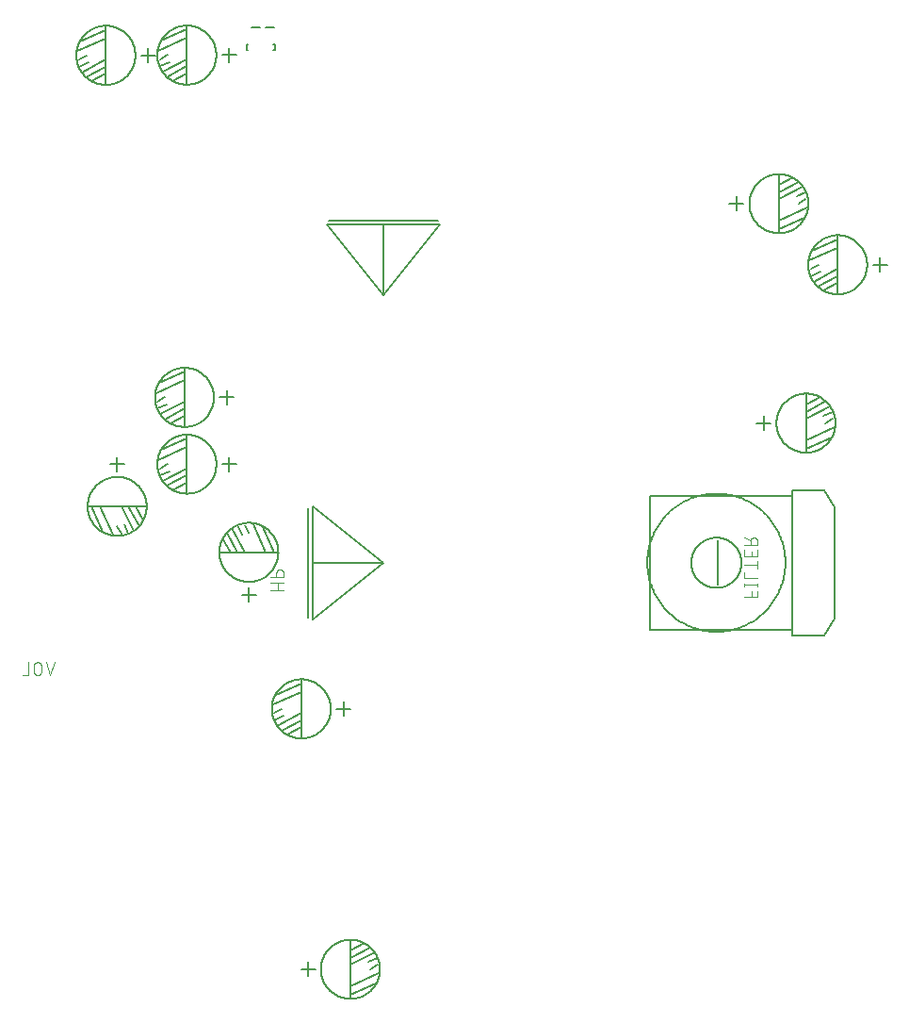
<source format=gbr>
G04 EAGLE Gerber X2 export*
%TF.Part,Single*%
%TF.FileFunction,Legend,Bot,1*%
%TF.FilePolarity,Positive*%
%TF.GenerationSoftware,Autodesk,EAGLE,9.2.2*%
%TF.CreationDate,2019-03-12T13:45:35Z*%
G75*
%MOMM*%
%FSLAX34Y34*%
%LPD*%
%INSilkscreen Bottom*%
%AMOC8*
5,1,8,0,0,1.08239X$1,22.5*%
G01*
%ADD10C,0.127000*%
%ADD11C,0.101600*%
%ADD12C,0.152400*%
%ADD13C,0.203200*%
%ADD14C,0.200000*%


D10*
X796051Y635345D02*
X796059Y635995D01*
X796083Y636645D01*
X796123Y637294D01*
X796179Y637942D01*
X796250Y638589D01*
X796338Y639233D01*
X796441Y639875D01*
X796560Y640515D01*
X796695Y641151D01*
X796845Y641784D01*
X797011Y642413D01*
X797192Y643038D01*
X797389Y643658D01*
X797600Y644273D01*
X797827Y644882D01*
X798068Y645486D01*
X798324Y646084D01*
X798595Y646675D01*
X798881Y647260D01*
X799180Y647837D01*
X799494Y648407D01*
X799821Y648969D01*
X800162Y649522D01*
X800517Y650068D01*
X800885Y650604D01*
X801266Y651131D01*
X801660Y651649D01*
X802066Y652156D01*
X802485Y652654D01*
X802916Y653141D01*
X803358Y653618D01*
X803813Y654083D01*
X804278Y654538D01*
X804755Y654980D01*
X805242Y655411D01*
X805740Y655830D01*
X806247Y656236D01*
X806765Y656630D01*
X807292Y657011D01*
X807828Y657379D01*
X808374Y657734D01*
X808927Y658075D01*
X809489Y658402D01*
X810059Y658716D01*
X810636Y659015D01*
X811221Y659301D01*
X811812Y659572D01*
X812410Y659828D01*
X813014Y660069D01*
X813623Y660296D01*
X814238Y660507D01*
X814858Y660704D01*
X815483Y660885D01*
X816112Y661051D01*
X816745Y661201D01*
X817381Y661336D01*
X818021Y661455D01*
X818663Y661558D01*
X819307Y661646D01*
X819954Y661717D01*
X820602Y661773D01*
X821251Y661813D01*
X821901Y661837D01*
X822551Y661845D01*
X823201Y661837D01*
X823851Y661813D01*
X824500Y661773D01*
X825148Y661717D01*
X825795Y661646D01*
X826439Y661558D01*
X827081Y661455D01*
X827721Y661336D01*
X828357Y661201D01*
X828990Y661051D01*
X829619Y660885D01*
X830244Y660704D01*
X830864Y660507D01*
X831479Y660296D01*
X832088Y660069D01*
X832692Y659828D01*
X833290Y659572D01*
X833881Y659301D01*
X834466Y659015D01*
X835043Y658716D01*
X835613Y658402D01*
X836175Y658075D01*
X836728Y657734D01*
X837274Y657379D01*
X837810Y657011D01*
X838337Y656630D01*
X838855Y656236D01*
X839362Y655830D01*
X839860Y655411D01*
X840347Y654980D01*
X840824Y654538D01*
X841289Y654083D01*
X841744Y653618D01*
X842186Y653141D01*
X842617Y652654D01*
X843036Y652156D01*
X843442Y651649D01*
X843836Y651131D01*
X844217Y650604D01*
X844585Y650068D01*
X844940Y649522D01*
X845281Y648969D01*
X845608Y648407D01*
X845922Y647837D01*
X846221Y647260D01*
X846507Y646675D01*
X846778Y646084D01*
X847034Y645486D01*
X847275Y644882D01*
X847502Y644273D01*
X847713Y643658D01*
X847910Y643038D01*
X848091Y642413D01*
X848257Y641784D01*
X848407Y641151D01*
X848542Y640515D01*
X848661Y639875D01*
X848764Y639233D01*
X848852Y638589D01*
X848923Y637942D01*
X848979Y637294D01*
X849019Y636645D01*
X849043Y635995D01*
X849051Y635345D01*
X849043Y634695D01*
X849019Y634045D01*
X848979Y633396D01*
X848923Y632748D01*
X848852Y632101D01*
X848764Y631457D01*
X848661Y630815D01*
X848542Y630175D01*
X848407Y629539D01*
X848257Y628906D01*
X848091Y628277D01*
X847910Y627652D01*
X847713Y627032D01*
X847502Y626417D01*
X847275Y625808D01*
X847034Y625204D01*
X846778Y624606D01*
X846507Y624015D01*
X846221Y623430D01*
X845922Y622853D01*
X845608Y622283D01*
X845281Y621721D01*
X844940Y621168D01*
X844585Y620622D01*
X844217Y620086D01*
X843836Y619559D01*
X843442Y619041D01*
X843036Y618534D01*
X842617Y618036D01*
X842186Y617549D01*
X841744Y617072D01*
X841289Y616607D01*
X840824Y616152D01*
X840347Y615710D01*
X839860Y615279D01*
X839362Y614860D01*
X838855Y614454D01*
X838337Y614060D01*
X837810Y613679D01*
X837274Y613311D01*
X836728Y612956D01*
X836175Y612615D01*
X835613Y612288D01*
X835043Y611974D01*
X834466Y611675D01*
X833881Y611389D01*
X833290Y611118D01*
X832692Y610862D01*
X832088Y610621D01*
X831479Y610394D01*
X830864Y610183D01*
X830244Y609986D01*
X829619Y609805D01*
X828990Y609639D01*
X828357Y609489D01*
X827721Y609354D01*
X827081Y609235D01*
X826439Y609132D01*
X825795Y609044D01*
X825148Y608973D01*
X824500Y608917D01*
X823851Y608877D01*
X823201Y608853D01*
X822551Y608845D01*
X821901Y608853D01*
X821251Y608877D01*
X820602Y608917D01*
X819954Y608973D01*
X819307Y609044D01*
X818663Y609132D01*
X818021Y609235D01*
X817381Y609354D01*
X816745Y609489D01*
X816112Y609639D01*
X815483Y609805D01*
X814858Y609986D01*
X814238Y610183D01*
X813623Y610394D01*
X813014Y610621D01*
X812410Y610862D01*
X811812Y611118D01*
X811221Y611389D01*
X810636Y611675D01*
X810059Y611974D01*
X809489Y612288D01*
X808927Y612615D01*
X808374Y612956D01*
X807828Y613311D01*
X807292Y613679D01*
X806765Y614060D01*
X806247Y614454D01*
X805740Y614860D01*
X805242Y615279D01*
X804755Y615710D01*
X804278Y616152D01*
X803813Y616607D01*
X803358Y617072D01*
X802916Y617549D01*
X802485Y618036D01*
X802066Y618534D01*
X801660Y619041D01*
X801266Y619559D01*
X800885Y620086D01*
X800517Y620622D01*
X800162Y621168D01*
X799821Y621721D01*
X799494Y622283D01*
X799180Y622853D01*
X798881Y623430D01*
X798595Y624015D01*
X798324Y624606D01*
X798068Y625204D01*
X797827Y625808D01*
X797600Y626417D01*
X797389Y627032D01*
X797192Y627652D01*
X797011Y628277D01*
X796845Y628906D01*
X796695Y629539D01*
X796560Y630175D01*
X796441Y630815D01*
X796338Y631457D01*
X796250Y632101D01*
X796179Y632748D01*
X796123Y633396D01*
X796083Y634045D01*
X796059Y634695D01*
X796051Y635345D01*
X784451Y635345D02*
X778101Y635345D01*
X784451Y635345D02*
X790801Y635345D01*
X784451Y635345D02*
X784451Y641695D01*
X784451Y635345D02*
X784451Y628995D01*
X822551Y651855D02*
X822551Y662015D01*
X822551Y651855D02*
X822551Y645505D01*
X822551Y639155D01*
X822551Y620105D01*
X822551Y612485D01*
X822551Y608675D01*
X822551Y612485D02*
X845411Y622645D01*
X847951Y631535D02*
X822551Y620105D01*
X838426Y641695D02*
X846681Y645505D01*
X844141Y650585D02*
X822551Y639155D01*
X822551Y645505D02*
X840331Y655030D01*
X835251Y658840D02*
X822551Y651855D01*
X840051Y635345D02*
X846681Y639155D01*
X237439Y658477D02*
X237447Y659127D01*
X237471Y659777D01*
X237511Y660426D01*
X237567Y661074D01*
X237638Y661721D01*
X237726Y662365D01*
X237829Y663007D01*
X237948Y663647D01*
X238083Y664283D01*
X238233Y664916D01*
X238399Y665545D01*
X238580Y666170D01*
X238777Y666790D01*
X238988Y667405D01*
X239215Y668014D01*
X239456Y668618D01*
X239712Y669216D01*
X239983Y669807D01*
X240269Y670392D01*
X240568Y670969D01*
X240882Y671539D01*
X241209Y672101D01*
X241550Y672654D01*
X241905Y673200D01*
X242273Y673736D01*
X242654Y674263D01*
X243048Y674781D01*
X243454Y675288D01*
X243873Y675786D01*
X244304Y676273D01*
X244746Y676750D01*
X245201Y677215D01*
X245666Y677670D01*
X246143Y678112D01*
X246630Y678543D01*
X247128Y678962D01*
X247635Y679368D01*
X248153Y679762D01*
X248680Y680143D01*
X249216Y680511D01*
X249762Y680866D01*
X250315Y681207D01*
X250877Y681534D01*
X251447Y681848D01*
X252024Y682147D01*
X252609Y682433D01*
X253200Y682704D01*
X253798Y682960D01*
X254402Y683201D01*
X255011Y683428D01*
X255626Y683639D01*
X256246Y683836D01*
X256871Y684017D01*
X257500Y684183D01*
X258133Y684333D01*
X258769Y684468D01*
X259409Y684587D01*
X260051Y684690D01*
X260695Y684778D01*
X261342Y684849D01*
X261990Y684905D01*
X262639Y684945D01*
X263289Y684969D01*
X263939Y684977D01*
X264589Y684969D01*
X265239Y684945D01*
X265888Y684905D01*
X266536Y684849D01*
X267183Y684778D01*
X267827Y684690D01*
X268469Y684587D01*
X269109Y684468D01*
X269745Y684333D01*
X270378Y684183D01*
X271007Y684017D01*
X271632Y683836D01*
X272252Y683639D01*
X272867Y683428D01*
X273476Y683201D01*
X274080Y682960D01*
X274678Y682704D01*
X275269Y682433D01*
X275854Y682147D01*
X276431Y681848D01*
X277001Y681534D01*
X277563Y681207D01*
X278116Y680866D01*
X278662Y680511D01*
X279198Y680143D01*
X279725Y679762D01*
X280243Y679368D01*
X280750Y678962D01*
X281248Y678543D01*
X281735Y678112D01*
X282212Y677670D01*
X282677Y677215D01*
X283132Y676750D01*
X283574Y676273D01*
X284005Y675786D01*
X284424Y675288D01*
X284830Y674781D01*
X285224Y674263D01*
X285605Y673736D01*
X285973Y673200D01*
X286328Y672654D01*
X286669Y672101D01*
X286996Y671539D01*
X287310Y670969D01*
X287609Y670392D01*
X287895Y669807D01*
X288166Y669216D01*
X288422Y668618D01*
X288663Y668014D01*
X288890Y667405D01*
X289101Y666790D01*
X289298Y666170D01*
X289479Y665545D01*
X289645Y664916D01*
X289795Y664283D01*
X289930Y663647D01*
X290049Y663007D01*
X290152Y662365D01*
X290240Y661721D01*
X290311Y661074D01*
X290367Y660426D01*
X290407Y659777D01*
X290431Y659127D01*
X290439Y658477D01*
X290431Y657827D01*
X290407Y657177D01*
X290367Y656528D01*
X290311Y655880D01*
X290240Y655233D01*
X290152Y654589D01*
X290049Y653947D01*
X289930Y653307D01*
X289795Y652671D01*
X289645Y652038D01*
X289479Y651409D01*
X289298Y650784D01*
X289101Y650164D01*
X288890Y649549D01*
X288663Y648940D01*
X288422Y648336D01*
X288166Y647738D01*
X287895Y647147D01*
X287609Y646562D01*
X287310Y645985D01*
X286996Y645415D01*
X286669Y644853D01*
X286328Y644300D01*
X285973Y643754D01*
X285605Y643218D01*
X285224Y642691D01*
X284830Y642173D01*
X284424Y641666D01*
X284005Y641168D01*
X283574Y640681D01*
X283132Y640204D01*
X282677Y639739D01*
X282212Y639284D01*
X281735Y638842D01*
X281248Y638411D01*
X280750Y637992D01*
X280243Y637586D01*
X279725Y637192D01*
X279198Y636811D01*
X278662Y636443D01*
X278116Y636088D01*
X277563Y635747D01*
X277001Y635420D01*
X276431Y635106D01*
X275854Y634807D01*
X275269Y634521D01*
X274678Y634250D01*
X274080Y633994D01*
X273476Y633753D01*
X272867Y633526D01*
X272252Y633315D01*
X271632Y633118D01*
X271007Y632937D01*
X270378Y632771D01*
X269745Y632621D01*
X269109Y632486D01*
X268469Y632367D01*
X267827Y632264D01*
X267183Y632176D01*
X266536Y632105D01*
X265888Y632049D01*
X265239Y632009D01*
X264589Y631985D01*
X263939Y631977D01*
X263289Y631985D01*
X262639Y632009D01*
X261990Y632049D01*
X261342Y632105D01*
X260695Y632176D01*
X260051Y632264D01*
X259409Y632367D01*
X258769Y632486D01*
X258133Y632621D01*
X257500Y632771D01*
X256871Y632937D01*
X256246Y633118D01*
X255626Y633315D01*
X255011Y633526D01*
X254402Y633753D01*
X253798Y633994D01*
X253200Y634250D01*
X252609Y634521D01*
X252024Y634807D01*
X251447Y635106D01*
X250877Y635420D01*
X250315Y635747D01*
X249762Y636088D01*
X249216Y636443D01*
X248680Y636811D01*
X248153Y637192D01*
X247635Y637586D01*
X247128Y637992D01*
X246630Y638411D01*
X246143Y638842D01*
X245666Y639284D01*
X245201Y639739D01*
X244746Y640204D01*
X244304Y640681D01*
X243873Y641168D01*
X243454Y641666D01*
X243048Y642173D01*
X242654Y642691D01*
X242273Y643218D01*
X241905Y643754D01*
X241550Y644300D01*
X241209Y644853D01*
X240882Y645415D01*
X240568Y645985D01*
X240269Y646562D01*
X239983Y647147D01*
X239712Y647738D01*
X239456Y648336D01*
X239215Y648940D01*
X238988Y649549D01*
X238777Y650164D01*
X238580Y650784D01*
X238399Y651409D01*
X238233Y652038D01*
X238083Y652671D01*
X237948Y653307D01*
X237829Y653947D01*
X237726Y654589D01*
X237638Y655233D01*
X237567Y655880D01*
X237511Y656528D01*
X237471Y657177D01*
X237447Y657827D01*
X237439Y658477D01*
X302039Y658477D02*
X308389Y658477D01*
X302039Y658477D02*
X295689Y658477D01*
X302039Y658477D02*
X302039Y652127D01*
X302039Y658477D02*
X302039Y664827D01*
X263939Y641967D02*
X263939Y631807D01*
X263939Y641967D02*
X263939Y648317D01*
X263939Y654667D01*
X263939Y673717D01*
X263939Y681337D01*
X263939Y685147D01*
X263939Y681337D02*
X241079Y671177D01*
X238539Y662287D02*
X263939Y673717D01*
X248064Y652127D02*
X239809Y648317D01*
X242349Y643237D02*
X263939Y654667D01*
X263939Y648317D02*
X246159Y638792D01*
X251239Y634982D02*
X263939Y641967D01*
X246439Y658477D02*
X239809Y654667D01*
X295294Y519377D02*
X295302Y520027D01*
X295326Y520677D01*
X295366Y521326D01*
X295422Y521974D01*
X295493Y522621D01*
X295581Y523265D01*
X295684Y523907D01*
X295803Y524547D01*
X295938Y525183D01*
X296088Y525816D01*
X296254Y526445D01*
X296435Y527070D01*
X296632Y527690D01*
X296843Y528305D01*
X297070Y528914D01*
X297311Y529518D01*
X297567Y530116D01*
X297838Y530707D01*
X298124Y531292D01*
X298423Y531869D01*
X298737Y532439D01*
X299064Y533001D01*
X299405Y533554D01*
X299760Y534100D01*
X300128Y534636D01*
X300509Y535163D01*
X300903Y535681D01*
X301309Y536188D01*
X301728Y536686D01*
X302159Y537173D01*
X302601Y537650D01*
X303056Y538115D01*
X303521Y538570D01*
X303998Y539012D01*
X304485Y539443D01*
X304983Y539862D01*
X305490Y540268D01*
X306008Y540662D01*
X306535Y541043D01*
X307071Y541411D01*
X307617Y541766D01*
X308170Y542107D01*
X308732Y542434D01*
X309302Y542748D01*
X309879Y543047D01*
X310464Y543333D01*
X311055Y543604D01*
X311653Y543860D01*
X312257Y544101D01*
X312866Y544328D01*
X313481Y544539D01*
X314101Y544736D01*
X314726Y544917D01*
X315355Y545083D01*
X315988Y545233D01*
X316624Y545368D01*
X317264Y545487D01*
X317906Y545590D01*
X318550Y545678D01*
X319197Y545749D01*
X319845Y545805D01*
X320494Y545845D01*
X321144Y545869D01*
X321794Y545877D01*
X322444Y545869D01*
X323094Y545845D01*
X323743Y545805D01*
X324391Y545749D01*
X325038Y545678D01*
X325682Y545590D01*
X326324Y545487D01*
X326964Y545368D01*
X327600Y545233D01*
X328233Y545083D01*
X328862Y544917D01*
X329487Y544736D01*
X330107Y544539D01*
X330722Y544328D01*
X331331Y544101D01*
X331935Y543860D01*
X332533Y543604D01*
X333124Y543333D01*
X333709Y543047D01*
X334286Y542748D01*
X334856Y542434D01*
X335418Y542107D01*
X335971Y541766D01*
X336517Y541411D01*
X337053Y541043D01*
X337580Y540662D01*
X338098Y540268D01*
X338605Y539862D01*
X339103Y539443D01*
X339590Y539012D01*
X340067Y538570D01*
X340532Y538115D01*
X340987Y537650D01*
X341429Y537173D01*
X341860Y536686D01*
X342279Y536188D01*
X342685Y535681D01*
X343079Y535163D01*
X343460Y534636D01*
X343828Y534100D01*
X344183Y533554D01*
X344524Y533001D01*
X344851Y532439D01*
X345165Y531869D01*
X345464Y531292D01*
X345750Y530707D01*
X346021Y530116D01*
X346277Y529518D01*
X346518Y528914D01*
X346745Y528305D01*
X346956Y527690D01*
X347153Y527070D01*
X347334Y526445D01*
X347500Y525816D01*
X347650Y525183D01*
X347785Y524547D01*
X347904Y523907D01*
X348007Y523265D01*
X348095Y522621D01*
X348166Y521974D01*
X348222Y521326D01*
X348262Y520677D01*
X348286Y520027D01*
X348294Y519377D01*
X348286Y518727D01*
X348262Y518077D01*
X348222Y517428D01*
X348166Y516780D01*
X348095Y516133D01*
X348007Y515489D01*
X347904Y514847D01*
X347785Y514207D01*
X347650Y513571D01*
X347500Y512938D01*
X347334Y512309D01*
X347153Y511684D01*
X346956Y511064D01*
X346745Y510449D01*
X346518Y509840D01*
X346277Y509236D01*
X346021Y508638D01*
X345750Y508047D01*
X345464Y507462D01*
X345165Y506885D01*
X344851Y506315D01*
X344524Y505753D01*
X344183Y505200D01*
X343828Y504654D01*
X343460Y504118D01*
X343079Y503591D01*
X342685Y503073D01*
X342279Y502566D01*
X341860Y502068D01*
X341429Y501581D01*
X340987Y501104D01*
X340532Y500639D01*
X340067Y500184D01*
X339590Y499742D01*
X339103Y499311D01*
X338605Y498892D01*
X338098Y498486D01*
X337580Y498092D01*
X337053Y497711D01*
X336517Y497343D01*
X335971Y496988D01*
X335418Y496647D01*
X334856Y496320D01*
X334286Y496006D01*
X333709Y495707D01*
X333124Y495421D01*
X332533Y495150D01*
X331935Y494894D01*
X331331Y494653D01*
X330722Y494426D01*
X330107Y494215D01*
X329487Y494018D01*
X328862Y493837D01*
X328233Y493671D01*
X327600Y493521D01*
X326964Y493386D01*
X326324Y493267D01*
X325682Y493164D01*
X325038Y493076D01*
X324391Y493005D01*
X323743Y492949D01*
X323094Y492909D01*
X322444Y492885D01*
X321794Y492877D01*
X321144Y492885D01*
X320494Y492909D01*
X319845Y492949D01*
X319197Y493005D01*
X318550Y493076D01*
X317906Y493164D01*
X317264Y493267D01*
X316624Y493386D01*
X315988Y493521D01*
X315355Y493671D01*
X314726Y493837D01*
X314101Y494018D01*
X313481Y494215D01*
X312866Y494426D01*
X312257Y494653D01*
X311653Y494894D01*
X311055Y495150D01*
X310464Y495421D01*
X309879Y495707D01*
X309302Y496006D01*
X308732Y496320D01*
X308170Y496647D01*
X307617Y496988D01*
X307071Y497343D01*
X306535Y497711D01*
X306008Y498092D01*
X305490Y498486D01*
X304983Y498892D01*
X304485Y499311D01*
X303998Y499742D01*
X303521Y500184D01*
X303056Y500639D01*
X302601Y501104D01*
X302159Y501581D01*
X301728Y502068D01*
X301309Y502566D01*
X300903Y503073D01*
X300509Y503591D01*
X300128Y504118D01*
X299760Y504654D01*
X299405Y505200D01*
X299064Y505753D01*
X298737Y506315D01*
X298423Y506885D01*
X298124Y507462D01*
X297838Y508047D01*
X297567Y508638D01*
X297311Y509236D01*
X297070Y509840D01*
X296843Y510449D01*
X296632Y511064D01*
X296435Y511684D01*
X296254Y512309D01*
X296088Y512938D01*
X295938Y513571D01*
X295803Y514207D01*
X295684Y514847D01*
X295581Y515489D01*
X295493Y516133D01*
X295422Y516780D01*
X295366Y517428D01*
X295326Y518077D01*
X295302Y518727D01*
X295294Y519377D01*
X321794Y481277D02*
X321794Y474927D01*
X321794Y481277D02*
X321794Y487627D01*
X321794Y481277D02*
X315444Y481277D01*
X321794Y481277D02*
X328144Y481277D01*
X305284Y519377D02*
X295124Y519377D01*
X305284Y519377D02*
X311634Y519377D01*
X317984Y519377D01*
X337034Y519377D01*
X344654Y519377D01*
X348464Y519377D01*
X344654Y519377D02*
X334494Y542237D01*
X325604Y544777D02*
X337034Y519377D01*
X315444Y535252D02*
X311634Y543507D01*
X306554Y540967D02*
X317984Y519377D01*
X311634Y519377D02*
X302109Y537157D01*
X298299Y532077D02*
X305284Y519377D01*
X321794Y536877D02*
X317984Y543507D01*
X771682Y832407D02*
X771690Y833057D01*
X771714Y833707D01*
X771754Y834356D01*
X771810Y835004D01*
X771881Y835651D01*
X771969Y836295D01*
X772072Y836937D01*
X772191Y837577D01*
X772326Y838213D01*
X772476Y838846D01*
X772642Y839475D01*
X772823Y840100D01*
X773020Y840720D01*
X773231Y841335D01*
X773458Y841944D01*
X773699Y842548D01*
X773955Y843146D01*
X774226Y843737D01*
X774512Y844322D01*
X774811Y844899D01*
X775125Y845469D01*
X775452Y846031D01*
X775793Y846584D01*
X776148Y847130D01*
X776516Y847666D01*
X776897Y848193D01*
X777291Y848711D01*
X777697Y849218D01*
X778116Y849716D01*
X778547Y850203D01*
X778989Y850680D01*
X779444Y851145D01*
X779909Y851600D01*
X780386Y852042D01*
X780873Y852473D01*
X781371Y852892D01*
X781878Y853298D01*
X782396Y853692D01*
X782923Y854073D01*
X783459Y854441D01*
X784005Y854796D01*
X784558Y855137D01*
X785120Y855464D01*
X785690Y855778D01*
X786267Y856077D01*
X786852Y856363D01*
X787443Y856634D01*
X788041Y856890D01*
X788645Y857131D01*
X789254Y857358D01*
X789869Y857569D01*
X790489Y857766D01*
X791114Y857947D01*
X791743Y858113D01*
X792376Y858263D01*
X793012Y858398D01*
X793652Y858517D01*
X794294Y858620D01*
X794938Y858708D01*
X795585Y858779D01*
X796233Y858835D01*
X796882Y858875D01*
X797532Y858899D01*
X798182Y858907D01*
X798832Y858899D01*
X799482Y858875D01*
X800131Y858835D01*
X800779Y858779D01*
X801426Y858708D01*
X802070Y858620D01*
X802712Y858517D01*
X803352Y858398D01*
X803988Y858263D01*
X804621Y858113D01*
X805250Y857947D01*
X805875Y857766D01*
X806495Y857569D01*
X807110Y857358D01*
X807719Y857131D01*
X808323Y856890D01*
X808921Y856634D01*
X809512Y856363D01*
X810097Y856077D01*
X810674Y855778D01*
X811244Y855464D01*
X811806Y855137D01*
X812359Y854796D01*
X812905Y854441D01*
X813441Y854073D01*
X813968Y853692D01*
X814486Y853298D01*
X814993Y852892D01*
X815491Y852473D01*
X815978Y852042D01*
X816455Y851600D01*
X816920Y851145D01*
X817375Y850680D01*
X817817Y850203D01*
X818248Y849716D01*
X818667Y849218D01*
X819073Y848711D01*
X819467Y848193D01*
X819848Y847666D01*
X820216Y847130D01*
X820571Y846584D01*
X820912Y846031D01*
X821239Y845469D01*
X821553Y844899D01*
X821852Y844322D01*
X822138Y843737D01*
X822409Y843146D01*
X822665Y842548D01*
X822906Y841944D01*
X823133Y841335D01*
X823344Y840720D01*
X823541Y840100D01*
X823722Y839475D01*
X823888Y838846D01*
X824038Y838213D01*
X824173Y837577D01*
X824292Y836937D01*
X824395Y836295D01*
X824483Y835651D01*
X824554Y835004D01*
X824610Y834356D01*
X824650Y833707D01*
X824674Y833057D01*
X824682Y832407D01*
X824674Y831757D01*
X824650Y831107D01*
X824610Y830458D01*
X824554Y829810D01*
X824483Y829163D01*
X824395Y828519D01*
X824292Y827877D01*
X824173Y827237D01*
X824038Y826601D01*
X823888Y825968D01*
X823722Y825339D01*
X823541Y824714D01*
X823344Y824094D01*
X823133Y823479D01*
X822906Y822870D01*
X822665Y822266D01*
X822409Y821668D01*
X822138Y821077D01*
X821852Y820492D01*
X821553Y819915D01*
X821239Y819345D01*
X820912Y818783D01*
X820571Y818230D01*
X820216Y817684D01*
X819848Y817148D01*
X819467Y816621D01*
X819073Y816103D01*
X818667Y815596D01*
X818248Y815098D01*
X817817Y814611D01*
X817375Y814134D01*
X816920Y813669D01*
X816455Y813214D01*
X815978Y812772D01*
X815491Y812341D01*
X814993Y811922D01*
X814486Y811516D01*
X813968Y811122D01*
X813441Y810741D01*
X812905Y810373D01*
X812359Y810018D01*
X811806Y809677D01*
X811244Y809350D01*
X810674Y809036D01*
X810097Y808737D01*
X809512Y808451D01*
X808921Y808180D01*
X808323Y807924D01*
X807719Y807683D01*
X807110Y807456D01*
X806495Y807245D01*
X805875Y807048D01*
X805250Y806867D01*
X804621Y806701D01*
X803988Y806551D01*
X803352Y806416D01*
X802712Y806297D01*
X802070Y806194D01*
X801426Y806106D01*
X800779Y806035D01*
X800131Y805979D01*
X799482Y805939D01*
X798832Y805915D01*
X798182Y805907D01*
X797532Y805915D01*
X796882Y805939D01*
X796233Y805979D01*
X795585Y806035D01*
X794938Y806106D01*
X794294Y806194D01*
X793652Y806297D01*
X793012Y806416D01*
X792376Y806551D01*
X791743Y806701D01*
X791114Y806867D01*
X790489Y807048D01*
X789869Y807245D01*
X789254Y807456D01*
X788645Y807683D01*
X788041Y807924D01*
X787443Y808180D01*
X786852Y808451D01*
X786267Y808737D01*
X785690Y809036D01*
X785120Y809350D01*
X784558Y809677D01*
X784005Y810018D01*
X783459Y810373D01*
X782923Y810741D01*
X782396Y811122D01*
X781878Y811516D01*
X781371Y811922D01*
X780873Y812341D01*
X780386Y812772D01*
X779909Y813214D01*
X779444Y813669D01*
X778989Y814134D01*
X778547Y814611D01*
X778116Y815098D01*
X777697Y815596D01*
X777291Y816103D01*
X776897Y816621D01*
X776516Y817148D01*
X776148Y817684D01*
X775793Y818230D01*
X775452Y818783D01*
X775125Y819345D01*
X774811Y819915D01*
X774512Y820492D01*
X774226Y821077D01*
X773955Y821668D01*
X773699Y822266D01*
X773458Y822870D01*
X773231Y823479D01*
X773020Y824094D01*
X772823Y824714D01*
X772642Y825339D01*
X772476Y825968D01*
X772326Y826601D01*
X772191Y827237D01*
X772072Y827877D01*
X771969Y828519D01*
X771881Y829163D01*
X771810Y829810D01*
X771754Y830458D01*
X771714Y831107D01*
X771690Y831757D01*
X771682Y832407D01*
X760082Y832407D02*
X753732Y832407D01*
X760082Y832407D02*
X766432Y832407D01*
X760082Y832407D02*
X760082Y838757D01*
X760082Y832407D02*
X760082Y826057D01*
X798182Y848917D02*
X798182Y859077D01*
X798182Y848917D02*
X798182Y842567D01*
X798182Y836217D01*
X798182Y817167D01*
X798182Y809547D01*
X798182Y805737D01*
X798182Y809547D02*
X821042Y819707D01*
X823582Y828597D02*
X798182Y817167D01*
X814057Y838757D02*
X822312Y842567D01*
X819772Y847647D02*
X798182Y836217D01*
X798182Y842567D02*
X815962Y852092D01*
X810882Y855902D02*
X798182Y848917D01*
X815682Y832407D02*
X822312Y836217D01*
X824571Y777583D02*
X824579Y778233D01*
X824603Y778883D01*
X824643Y779532D01*
X824699Y780180D01*
X824770Y780827D01*
X824858Y781471D01*
X824961Y782113D01*
X825080Y782753D01*
X825215Y783389D01*
X825365Y784022D01*
X825531Y784651D01*
X825712Y785276D01*
X825909Y785896D01*
X826120Y786511D01*
X826347Y787120D01*
X826588Y787724D01*
X826844Y788322D01*
X827115Y788913D01*
X827401Y789498D01*
X827700Y790075D01*
X828014Y790645D01*
X828341Y791207D01*
X828682Y791760D01*
X829037Y792306D01*
X829405Y792842D01*
X829786Y793369D01*
X830180Y793887D01*
X830586Y794394D01*
X831005Y794892D01*
X831436Y795379D01*
X831878Y795856D01*
X832333Y796321D01*
X832798Y796776D01*
X833275Y797218D01*
X833762Y797649D01*
X834260Y798068D01*
X834767Y798474D01*
X835285Y798868D01*
X835812Y799249D01*
X836348Y799617D01*
X836894Y799972D01*
X837447Y800313D01*
X838009Y800640D01*
X838579Y800954D01*
X839156Y801253D01*
X839741Y801539D01*
X840332Y801810D01*
X840930Y802066D01*
X841534Y802307D01*
X842143Y802534D01*
X842758Y802745D01*
X843378Y802942D01*
X844003Y803123D01*
X844632Y803289D01*
X845265Y803439D01*
X845901Y803574D01*
X846541Y803693D01*
X847183Y803796D01*
X847827Y803884D01*
X848474Y803955D01*
X849122Y804011D01*
X849771Y804051D01*
X850421Y804075D01*
X851071Y804083D01*
X851721Y804075D01*
X852371Y804051D01*
X853020Y804011D01*
X853668Y803955D01*
X854315Y803884D01*
X854959Y803796D01*
X855601Y803693D01*
X856241Y803574D01*
X856877Y803439D01*
X857510Y803289D01*
X858139Y803123D01*
X858764Y802942D01*
X859384Y802745D01*
X859999Y802534D01*
X860608Y802307D01*
X861212Y802066D01*
X861810Y801810D01*
X862401Y801539D01*
X862986Y801253D01*
X863563Y800954D01*
X864133Y800640D01*
X864695Y800313D01*
X865248Y799972D01*
X865794Y799617D01*
X866330Y799249D01*
X866857Y798868D01*
X867375Y798474D01*
X867882Y798068D01*
X868380Y797649D01*
X868867Y797218D01*
X869344Y796776D01*
X869809Y796321D01*
X870264Y795856D01*
X870706Y795379D01*
X871137Y794892D01*
X871556Y794394D01*
X871962Y793887D01*
X872356Y793369D01*
X872737Y792842D01*
X873105Y792306D01*
X873460Y791760D01*
X873801Y791207D01*
X874128Y790645D01*
X874442Y790075D01*
X874741Y789498D01*
X875027Y788913D01*
X875298Y788322D01*
X875554Y787724D01*
X875795Y787120D01*
X876022Y786511D01*
X876233Y785896D01*
X876430Y785276D01*
X876611Y784651D01*
X876777Y784022D01*
X876927Y783389D01*
X877062Y782753D01*
X877181Y782113D01*
X877284Y781471D01*
X877372Y780827D01*
X877443Y780180D01*
X877499Y779532D01*
X877539Y778883D01*
X877563Y778233D01*
X877571Y777583D01*
X877563Y776933D01*
X877539Y776283D01*
X877499Y775634D01*
X877443Y774986D01*
X877372Y774339D01*
X877284Y773695D01*
X877181Y773053D01*
X877062Y772413D01*
X876927Y771777D01*
X876777Y771144D01*
X876611Y770515D01*
X876430Y769890D01*
X876233Y769270D01*
X876022Y768655D01*
X875795Y768046D01*
X875554Y767442D01*
X875298Y766844D01*
X875027Y766253D01*
X874741Y765668D01*
X874442Y765091D01*
X874128Y764521D01*
X873801Y763959D01*
X873460Y763406D01*
X873105Y762860D01*
X872737Y762324D01*
X872356Y761797D01*
X871962Y761279D01*
X871556Y760772D01*
X871137Y760274D01*
X870706Y759787D01*
X870264Y759310D01*
X869809Y758845D01*
X869344Y758390D01*
X868867Y757948D01*
X868380Y757517D01*
X867882Y757098D01*
X867375Y756692D01*
X866857Y756298D01*
X866330Y755917D01*
X865794Y755549D01*
X865248Y755194D01*
X864695Y754853D01*
X864133Y754526D01*
X863563Y754212D01*
X862986Y753913D01*
X862401Y753627D01*
X861810Y753356D01*
X861212Y753100D01*
X860608Y752859D01*
X859999Y752632D01*
X859384Y752421D01*
X858764Y752224D01*
X858139Y752043D01*
X857510Y751877D01*
X856877Y751727D01*
X856241Y751592D01*
X855601Y751473D01*
X854959Y751370D01*
X854315Y751282D01*
X853668Y751211D01*
X853020Y751155D01*
X852371Y751115D01*
X851721Y751091D01*
X851071Y751083D01*
X850421Y751091D01*
X849771Y751115D01*
X849122Y751155D01*
X848474Y751211D01*
X847827Y751282D01*
X847183Y751370D01*
X846541Y751473D01*
X845901Y751592D01*
X845265Y751727D01*
X844632Y751877D01*
X844003Y752043D01*
X843378Y752224D01*
X842758Y752421D01*
X842143Y752632D01*
X841534Y752859D01*
X840930Y753100D01*
X840332Y753356D01*
X839741Y753627D01*
X839156Y753913D01*
X838579Y754212D01*
X838009Y754526D01*
X837447Y754853D01*
X836894Y755194D01*
X836348Y755549D01*
X835812Y755917D01*
X835285Y756298D01*
X834767Y756692D01*
X834260Y757098D01*
X833762Y757517D01*
X833275Y757948D01*
X832798Y758390D01*
X832333Y758845D01*
X831878Y759310D01*
X831436Y759787D01*
X831005Y760274D01*
X830586Y760772D01*
X830180Y761279D01*
X829786Y761797D01*
X829405Y762324D01*
X829037Y762860D01*
X828682Y763406D01*
X828341Y763959D01*
X828014Y764521D01*
X827700Y765091D01*
X827401Y765668D01*
X827115Y766253D01*
X826844Y766844D01*
X826588Y767442D01*
X826347Y768046D01*
X826120Y768655D01*
X825909Y769270D01*
X825712Y769890D01*
X825531Y770515D01*
X825365Y771144D01*
X825215Y771777D01*
X825080Y772413D01*
X824961Y773053D01*
X824858Y773695D01*
X824770Y774339D01*
X824699Y774986D01*
X824643Y775634D01*
X824603Y776283D01*
X824579Y776933D01*
X824571Y777583D01*
X889171Y777583D02*
X895521Y777583D01*
X889171Y777583D02*
X882821Y777583D01*
X889171Y777583D02*
X889171Y771233D01*
X889171Y777583D02*
X889171Y783933D01*
X851071Y761073D02*
X851071Y750913D01*
X851071Y761073D02*
X851071Y767423D01*
X851071Y773773D01*
X851071Y792823D01*
X851071Y800443D01*
X851071Y804253D01*
X851071Y800443D02*
X828211Y790283D01*
X825671Y781393D02*
X851071Y792823D01*
X835196Y771233D02*
X826941Y767423D01*
X829481Y762343D02*
X851071Y773773D01*
X851071Y767423D02*
X833291Y757898D01*
X838371Y754088D02*
X851071Y761073D01*
X833571Y777583D02*
X826941Y773773D01*
X239589Y598484D02*
X239597Y599134D01*
X239621Y599784D01*
X239661Y600433D01*
X239717Y601081D01*
X239788Y601728D01*
X239876Y602372D01*
X239979Y603014D01*
X240098Y603654D01*
X240233Y604290D01*
X240383Y604923D01*
X240549Y605552D01*
X240730Y606177D01*
X240927Y606797D01*
X241138Y607412D01*
X241365Y608021D01*
X241606Y608625D01*
X241862Y609223D01*
X242133Y609814D01*
X242419Y610399D01*
X242718Y610976D01*
X243032Y611546D01*
X243359Y612108D01*
X243700Y612661D01*
X244055Y613207D01*
X244423Y613743D01*
X244804Y614270D01*
X245198Y614788D01*
X245604Y615295D01*
X246023Y615793D01*
X246454Y616280D01*
X246896Y616757D01*
X247351Y617222D01*
X247816Y617677D01*
X248293Y618119D01*
X248780Y618550D01*
X249278Y618969D01*
X249785Y619375D01*
X250303Y619769D01*
X250830Y620150D01*
X251366Y620518D01*
X251912Y620873D01*
X252465Y621214D01*
X253027Y621541D01*
X253597Y621855D01*
X254174Y622154D01*
X254759Y622440D01*
X255350Y622711D01*
X255948Y622967D01*
X256552Y623208D01*
X257161Y623435D01*
X257776Y623646D01*
X258396Y623843D01*
X259021Y624024D01*
X259650Y624190D01*
X260283Y624340D01*
X260919Y624475D01*
X261559Y624594D01*
X262201Y624697D01*
X262845Y624785D01*
X263492Y624856D01*
X264140Y624912D01*
X264789Y624952D01*
X265439Y624976D01*
X266089Y624984D01*
X266739Y624976D01*
X267389Y624952D01*
X268038Y624912D01*
X268686Y624856D01*
X269333Y624785D01*
X269977Y624697D01*
X270619Y624594D01*
X271259Y624475D01*
X271895Y624340D01*
X272528Y624190D01*
X273157Y624024D01*
X273782Y623843D01*
X274402Y623646D01*
X275017Y623435D01*
X275626Y623208D01*
X276230Y622967D01*
X276828Y622711D01*
X277419Y622440D01*
X278004Y622154D01*
X278581Y621855D01*
X279151Y621541D01*
X279713Y621214D01*
X280266Y620873D01*
X280812Y620518D01*
X281348Y620150D01*
X281875Y619769D01*
X282393Y619375D01*
X282900Y618969D01*
X283398Y618550D01*
X283885Y618119D01*
X284362Y617677D01*
X284827Y617222D01*
X285282Y616757D01*
X285724Y616280D01*
X286155Y615793D01*
X286574Y615295D01*
X286980Y614788D01*
X287374Y614270D01*
X287755Y613743D01*
X288123Y613207D01*
X288478Y612661D01*
X288819Y612108D01*
X289146Y611546D01*
X289460Y610976D01*
X289759Y610399D01*
X290045Y609814D01*
X290316Y609223D01*
X290572Y608625D01*
X290813Y608021D01*
X291040Y607412D01*
X291251Y606797D01*
X291448Y606177D01*
X291629Y605552D01*
X291795Y604923D01*
X291945Y604290D01*
X292080Y603654D01*
X292199Y603014D01*
X292302Y602372D01*
X292390Y601728D01*
X292461Y601081D01*
X292517Y600433D01*
X292557Y599784D01*
X292581Y599134D01*
X292589Y598484D01*
X292581Y597834D01*
X292557Y597184D01*
X292517Y596535D01*
X292461Y595887D01*
X292390Y595240D01*
X292302Y594596D01*
X292199Y593954D01*
X292080Y593314D01*
X291945Y592678D01*
X291795Y592045D01*
X291629Y591416D01*
X291448Y590791D01*
X291251Y590171D01*
X291040Y589556D01*
X290813Y588947D01*
X290572Y588343D01*
X290316Y587745D01*
X290045Y587154D01*
X289759Y586569D01*
X289460Y585992D01*
X289146Y585422D01*
X288819Y584860D01*
X288478Y584307D01*
X288123Y583761D01*
X287755Y583225D01*
X287374Y582698D01*
X286980Y582180D01*
X286574Y581673D01*
X286155Y581175D01*
X285724Y580688D01*
X285282Y580211D01*
X284827Y579746D01*
X284362Y579291D01*
X283885Y578849D01*
X283398Y578418D01*
X282900Y577999D01*
X282393Y577593D01*
X281875Y577199D01*
X281348Y576818D01*
X280812Y576450D01*
X280266Y576095D01*
X279713Y575754D01*
X279151Y575427D01*
X278581Y575113D01*
X278004Y574814D01*
X277419Y574528D01*
X276828Y574257D01*
X276230Y574001D01*
X275626Y573760D01*
X275017Y573533D01*
X274402Y573322D01*
X273782Y573125D01*
X273157Y572944D01*
X272528Y572778D01*
X271895Y572628D01*
X271259Y572493D01*
X270619Y572374D01*
X269977Y572271D01*
X269333Y572183D01*
X268686Y572112D01*
X268038Y572056D01*
X267389Y572016D01*
X266739Y571992D01*
X266089Y571984D01*
X265439Y571992D01*
X264789Y572016D01*
X264140Y572056D01*
X263492Y572112D01*
X262845Y572183D01*
X262201Y572271D01*
X261559Y572374D01*
X260919Y572493D01*
X260283Y572628D01*
X259650Y572778D01*
X259021Y572944D01*
X258396Y573125D01*
X257776Y573322D01*
X257161Y573533D01*
X256552Y573760D01*
X255948Y574001D01*
X255350Y574257D01*
X254759Y574528D01*
X254174Y574814D01*
X253597Y575113D01*
X253027Y575427D01*
X252465Y575754D01*
X251912Y576095D01*
X251366Y576450D01*
X250830Y576818D01*
X250303Y577199D01*
X249785Y577593D01*
X249278Y577999D01*
X248780Y578418D01*
X248293Y578849D01*
X247816Y579291D01*
X247351Y579746D01*
X246896Y580211D01*
X246454Y580688D01*
X246023Y581175D01*
X245604Y581673D01*
X245198Y582180D01*
X244804Y582698D01*
X244423Y583225D01*
X244055Y583761D01*
X243700Y584307D01*
X243359Y584860D01*
X243032Y585422D01*
X242718Y585992D01*
X242419Y586569D01*
X242133Y587154D01*
X241862Y587745D01*
X241606Y588343D01*
X241365Y588947D01*
X241138Y589556D01*
X240927Y590171D01*
X240730Y590791D01*
X240549Y591416D01*
X240383Y592045D01*
X240233Y592678D01*
X240098Y593314D01*
X239979Y593954D01*
X239876Y594596D01*
X239788Y595240D01*
X239717Y595887D01*
X239661Y596535D01*
X239621Y597184D01*
X239597Y597834D01*
X239589Y598484D01*
X304189Y598484D02*
X310539Y598484D01*
X304189Y598484D02*
X297839Y598484D01*
X304189Y598484D02*
X304189Y592134D01*
X304189Y598484D02*
X304189Y604834D01*
X266089Y581974D02*
X266089Y571814D01*
X266089Y581974D02*
X266089Y588324D01*
X266089Y594674D01*
X266089Y613724D01*
X266089Y621344D01*
X266089Y625154D01*
X266089Y621344D02*
X243229Y611184D01*
X240689Y602294D02*
X266089Y613724D01*
X250214Y592134D02*
X241959Y588324D01*
X244499Y583244D02*
X266089Y594674D01*
X266089Y588324D02*
X248309Y578799D01*
X253389Y574989D02*
X266089Y581974D01*
X248589Y598484D02*
X241959Y594674D01*
X176925Y560566D02*
X176933Y561216D01*
X176957Y561866D01*
X176997Y562515D01*
X177053Y563163D01*
X177124Y563810D01*
X177212Y564454D01*
X177315Y565096D01*
X177434Y565736D01*
X177569Y566372D01*
X177719Y567005D01*
X177885Y567634D01*
X178066Y568259D01*
X178263Y568879D01*
X178474Y569494D01*
X178701Y570103D01*
X178942Y570707D01*
X179198Y571305D01*
X179469Y571896D01*
X179755Y572481D01*
X180054Y573058D01*
X180368Y573628D01*
X180695Y574190D01*
X181036Y574743D01*
X181391Y575289D01*
X181759Y575825D01*
X182140Y576352D01*
X182534Y576870D01*
X182940Y577377D01*
X183359Y577875D01*
X183790Y578362D01*
X184232Y578839D01*
X184687Y579304D01*
X185152Y579759D01*
X185629Y580201D01*
X186116Y580632D01*
X186614Y581051D01*
X187121Y581457D01*
X187639Y581851D01*
X188166Y582232D01*
X188702Y582600D01*
X189248Y582955D01*
X189801Y583296D01*
X190363Y583623D01*
X190933Y583937D01*
X191510Y584236D01*
X192095Y584522D01*
X192686Y584793D01*
X193284Y585049D01*
X193888Y585290D01*
X194497Y585517D01*
X195112Y585728D01*
X195732Y585925D01*
X196357Y586106D01*
X196986Y586272D01*
X197619Y586422D01*
X198255Y586557D01*
X198895Y586676D01*
X199537Y586779D01*
X200181Y586867D01*
X200828Y586938D01*
X201476Y586994D01*
X202125Y587034D01*
X202775Y587058D01*
X203425Y587066D01*
X204075Y587058D01*
X204725Y587034D01*
X205374Y586994D01*
X206022Y586938D01*
X206669Y586867D01*
X207313Y586779D01*
X207955Y586676D01*
X208595Y586557D01*
X209231Y586422D01*
X209864Y586272D01*
X210493Y586106D01*
X211118Y585925D01*
X211738Y585728D01*
X212353Y585517D01*
X212962Y585290D01*
X213566Y585049D01*
X214164Y584793D01*
X214755Y584522D01*
X215340Y584236D01*
X215917Y583937D01*
X216487Y583623D01*
X217049Y583296D01*
X217602Y582955D01*
X218148Y582600D01*
X218684Y582232D01*
X219211Y581851D01*
X219729Y581457D01*
X220236Y581051D01*
X220734Y580632D01*
X221221Y580201D01*
X221698Y579759D01*
X222163Y579304D01*
X222618Y578839D01*
X223060Y578362D01*
X223491Y577875D01*
X223910Y577377D01*
X224316Y576870D01*
X224710Y576352D01*
X225091Y575825D01*
X225459Y575289D01*
X225814Y574743D01*
X226155Y574190D01*
X226482Y573628D01*
X226796Y573058D01*
X227095Y572481D01*
X227381Y571896D01*
X227652Y571305D01*
X227908Y570707D01*
X228149Y570103D01*
X228376Y569494D01*
X228587Y568879D01*
X228784Y568259D01*
X228965Y567634D01*
X229131Y567005D01*
X229281Y566372D01*
X229416Y565736D01*
X229535Y565096D01*
X229638Y564454D01*
X229726Y563810D01*
X229797Y563163D01*
X229853Y562515D01*
X229893Y561866D01*
X229917Y561216D01*
X229925Y560566D01*
X229917Y559916D01*
X229893Y559266D01*
X229853Y558617D01*
X229797Y557969D01*
X229726Y557322D01*
X229638Y556678D01*
X229535Y556036D01*
X229416Y555396D01*
X229281Y554760D01*
X229131Y554127D01*
X228965Y553498D01*
X228784Y552873D01*
X228587Y552253D01*
X228376Y551638D01*
X228149Y551029D01*
X227908Y550425D01*
X227652Y549827D01*
X227381Y549236D01*
X227095Y548651D01*
X226796Y548074D01*
X226482Y547504D01*
X226155Y546942D01*
X225814Y546389D01*
X225459Y545843D01*
X225091Y545307D01*
X224710Y544780D01*
X224316Y544262D01*
X223910Y543755D01*
X223491Y543257D01*
X223060Y542770D01*
X222618Y542293D01*
X222163Y541828D01*
X221698Y541373D01*
X221221Y540931D01*
X220734Y540500D01*
X220236Y540081D01*
X219729Y539675D01*
X219211Y539281D01*
X218684Y538900D01*
X218148Y538532D01*
X217602Y538177D01*
X217049Y537836D01*
X216487Y537509D01*
X215917Y537195D01*
X215340Y536896D01*
X214755Y536610D01*
X214164Y536339D01*
X213566Y536083D01*
X212962Y535842D01*
X212353Y535615D01*
X211738Y535404D01*
X211118Y535207D01*
X210493Y535026D01*
X209864Y534860D01*
X209231Y534710D01*
X208595Y534575D01*
X207955Y534456D01*
X207313Y534353D01*
X206669Y534265D01*
X206022Y534194D01*
X205374Y534138D01*
X204725Y534098D01*
X204075Y534074D01*
X203425Y534066D01*
X202775Y534074D01*
X202125Y534098D01*
X201476Y534138D01*
X200828Y534194D01*
X200181Y534265D01*
X199537Y534353D01*
X198895Y534456D01*
X198255Y534575D01*
X197619Y534710D01*
X196986Y534860D01*
X196357Y535026D01*
X195732Y535207D01*
X195112Y535404D01*
X194497Y535615D01*
X193888Y535842D01*
X193284Y536083D01*
X192686Y536339D01*
X192095Y536610D01*
X191510Y536896D01*
X190933Y537195D01*
X190363Y537509D01*
X189801Y537836D01*
X189248Y538177D01*
X188702Y538532D01*
X188166Y538900D01*
X187639Y539281D01*
X187121Y539675D01*
X186614Y540081D01*
X186116Y540500D01*
X185629Y540931D01*
X185152Y541373D01*
X184687Y541828D01*
X184232Y542293D01*
X183790Y542770D01*
X183359Y543257D01*
X182940Y543755D01*
X182534Y544262D01*
X182140Y544780D01*
X181759Y545307D01*
X181391Y545843D01*
X181036Y546389D01*
X180695Y546942D01*
X180368Y547504D01*
X180054Y548074D01*
X179755Y548651D01*
X179469Y549236D01*
X179198Y549827D01*
X178942Y550425D01*
X178701Y551029D01*
X178474Y551638D01*
X178263Y552253D01*
X178066Y552873D01*
X177885Y553498D01*
X177719Y554127D01*
X177569Y554760D01*
X177434Y555396D01*
X177315Y556036D01*
X177212Y556678D01*
X177124Y557322D01*
X177053Y557969D01*
X176997Y558617D01*
X176957Y559266D01*
X176933Y559916D01*
X176925Y560566D01*
X203425Y598666D02*
X203425Y605016D01*
X203425Y598666D02*
X203425Y592316D01*
X203425Y598666D02*
X209775Y598666D01*
X203425Y598666D02*
X197075Y598666D01*
X219935Y560566D02*
X230095Y560566D01*
X219935Y560566D02*
X213585Y560566D01*
X207235Y560566D01*
X188185Y560566D01*
X180565Y560566D01*
X176755Y560566D01*
X180565Y560566D02*
X190725Y537706D01*
X199615Y535166D02*
X188185Y560566D01*
X209775Y544691D02*
X213585Y536436D01*
X218665Y538976D02*
X207235Y560566D01*
X213585Y560566D02*
X223110Y542786D01*
X226920Y547866D02*
X219935Y560566D01*
X203425Y543066D02*
X207235Y536436D01*
X342402Y378804D02*
X342410Y379454D01*
X342434Y380104D01*
X342474Y380753D01*
X342530Y381401D01*
X342601Y382048D01*
X342689Y382692D01*
X342792Y383334D01*
X342911Y383974D01*
X343046Y384610D01*
X343196Y385243D01*
X343362Y385872D01*
X343543Y386497D01*
X343740Y387117D01*
X343951Y387732D01*
X344178Y388341D01*
X344419Y388945D01*
X344675Y389543D01*
X344946Y390134D01*
X345232Y390719D01*
X345531Y391296D01*
X345845Y391866D01*
X346172Y392428D01*
X346513Y392981D01*
X346868Y393527D01*
X347236Y394063D01*
X347617Y394590D01*
X348011Y395108D01*
X348417Y395615D01*
X348836Y396113D01*
X349267Y396600D01*
X349709Y397077D01*
X350164Y397542D01*
X350629Y397997D01*
X351106Y398439D01*
X351593Y398870D01*
X352091Y399289D01*
X352598Y399695D01*
X353116Y400089D01*
X353643Y400470D01*
X354179Y400838D01*
X354725Y401193D01*
X355278Y401534D01*
X355840Y401861D01*
X356410Y402175D01*
X356987Y402474D01*
X357572Y402760D01*
X358163Y403031D01*
X358761Y403287D01*
X359365Y403528D01*
X359974Y403755D01*
X360589Y403966D01*
X361209Y404163D01*
X361834Y404344D01*
X362463Y404510D01*
X363096Y404660D01*
X363732Y404795D01*
X364372Y404914D01*
X365014Y405017D01*
X365658Y405105D01*
X366305Y405176D01*
X366953Y405232D01*
X367602Y405272D01*
X368252Y405296D01*
X368902Y405304D01*
X369552Y405296D01*
X370202Y405272D01*
X370851Y405232D01*
X371499Y405176D01*
X372146Y405105D01*
X372790Y405017D01*
X373432Y404914D01*
X374072Y404795D01*
X374708Y404660D01*
X375341Y404510D01*
X375970Y404344D01*
X376595Y404163D01*
X377215Y403966D01*
X377830Y403755D01*
X378439Y403528D01*
X379043Y403287D01*
X379641Y403031D01*
X380232Y402760D01*
X380817Y402474D01*
X381394Y402175D01*
X381964Y401861D01*
X382526Y401534D01*
X383079Y401193D01*
X383625Y400838D01*
X384161Y400470D01*
X384688Y400089D01*
X385206Y399695D01*
X385713Y399289D01*
X386211Y398870D01*
X386698Y398439D01*
X387175Y397997D01*
X387640Y397542D01*
X388095Y397077D01*
X388537Y396600D01*
X388968Y396113D01*
X389387Y395615D01*
X389793Y395108D01*
X390187Y394590D01*
X390568Y394063D01*
X390936Y393527D01*
X391291Y392981D01*
X391632Y392428D01*
X391959Y391866D01*
X392273Y391296D01*
X392572Y390719D01*
X392858Y390134D01*
X393129Y389543D01*
X393385Y388945D01*
X393626Y388341D01*
X393853Y387732D01*
X394064Y387117D01*
X394261Y386497D01*
X394442Y385872D01*
X394608Y385243D01*
X394758Y384610D01*
X394893Y383974D01*
X395012Y383334D01*
X395115Y382692D01*
X395203Y382048D01*
X395274Y381401D01*
X395330Y380753D01*
X395370Y380104D01*
X395394Y379454D01*
X395402Y378804D01*
X395394Y378154D01*
X395370Y377504D01*
X395330Y376855D01*
X395274Y376207D01*
X395203Y375560D01*
X395115Y374916D01*
X395012Y374274D01*
X394893Y373634D01*
X394758Y372998D01*
X394608Y372365D01*
X394442Y371736D01*
X394261Y371111D01*
X394064Y370491D01*
X393853Y369876D01*
X393626Y369267D01*
X393385Y368663D01*
X393129Y368065D01*
X392858Y367474D01*
X392572Y366889D01*
X392273Y366312D01*
X391959Y365742D01*
X391632Y365180D01*
X391291Y364627D01*
X390936Y364081D01*
X390568Y363545D01*
X390187Y363018D01*
X389793Y362500D01*
X389387Y361993D01*
X388968Y361495D01*
X388537Y361008D01*
X388095Y360531D01*
X387640Y360066D01*
X387175Y359611D01*
X386698Y359169D01*
X386211Y358738D01*
X385713Y358319D01*
X385206Y357913D01*
X384688Y357519D01*
X384161Y357138D01*
X383625Y356770D01*
X383079Y356415D01*
X382526Y356074D01*
X381964Y355747D01*
X381394Y355433D01*
X380817Y355134D01*
X380232Y354848D01*
X379641Y354577D01*
X379043Y354321D01*
X378439Y354080D01*
X377830Y353853D01*
X377215Y353642D01*
X376595Y353445D01*
X375970Y353264D01*
X375341Y353098D01*
X374708Y352948D01*
X374072Y352813D01*
X373432Y352694D01*
X372790Y352591D01*
X372146Y352503D01*
X371499Y352432D01*
X370851Y352376D01*
X370202Y352336D01*
X369552Y352312D01*
X368902Y352304D01*
X368252Y352312D01*
X367602Y352336D01*
X366953Y352376D01*
X366305Y352432D01*
X365658Y352503D01*
X365014Y352591D01*
X364372Y352694D01*
X363732Y352813D01*
X363096Y352948D01*
X362463Y353098D01*
X361834Y353264D01*
X361209Y353445D01*
X360589Y353642D01*
X359974Y353853D01*
X359365Y354080D01*
X358761Y354321D01*
X358163Y354577D01*
X357572Y354848D01*
X356987Y355134D01*
X356410Y355433D01*
X355840Y355747D01*
X355278Y356074D01*
X354725Y356415D01*
X354179Y356770D01*
X353643Y357138D01*
X353116Y357519D01*
X352598Y357913D01*
X352091Y358319D01*
X351593Y358738D01*
X351106Y359169D01*
X350629Y359611D01*
X350164Y360066D01*
X349709Y360531D01*
X349267Y361008D01*
X348836Y361495D01*
X348417Y361993D01*
X348011Y362500D01*
X347617Y363018D01*
X347236Y363545D01*
X346868Y364081D01*
X346513Y364627D01*
X346172Y365180D01*
X345845Y365742D01*
X345531Y366312D01*
X345232Y366889D01*
X344946Y367474D01*
X344675Y368065D01*
X344419Y368663D01*
X344178Y369267D01*
X343951Y369876D01*
X343740Y370491D01*
X343543Y371111D01*
X343362Y371736D01*
X343196Y372365D01*
X343046Y372998D01*
X342911Y373634D01*
X342792Y374274D01*
X342689Y374916D01*
X342601Y375560D01*
X342530Y376207D01*
X342474Y376855D01*
X342434Y377504D01*
X342410Y378154D01*
X342402Y378804D01*
X407002Y378804D02*
X413352Y378804D01*
X407002Y378804D02*
X400652Y378804D01*
X407002Y378804D02*
X407002Y372454D01*
X407002Y378804D02*
X407002Y385154D01*
X368902Y362294D02*
X368902Y352134D01*
X368902Y362294D02*
X368902Y368644D01*
X368902Y374994D01*
X368902Y394044D01*
X368902Y401664D01*
X368902Y405474D01*
X368902Y401664D02*
X346042Y391504D01*
X343502Y382614D02*
X368902Y394044D01*
X353027Y372454D02*
X344772Y368644D01*
X347312Y363564D02*
X368902Y374994D01*
X368902Y368644D02*
X351122Y359119D01*
X356202Y355309D02*
X368902Y362294D01*
X351402Y378804D02*
X344772Y374994D01*
X239537Y965820D02*
X239545Y966470D01*
X239569Y967120D01*
X239609Y967769D01*
X239665Y968417D01*
X239736Y969064D01*
X239824Y969708D01*
X239927Y970350D01*
X240046Y970990D01*
X240181Y971626D01*
X240331Y972259D01*
X240497Y972888D01*
X240678Y973513D01*
X240875Y974133D01*
X241086Y974748D01*
X241313Y975357D01*
X241554Y975961D01*
X241810Y976559D01*
X242081Y977150D01*
X242367Y977735D01*
X242666Y978312D01*
X242980Y978882D01*
X243307Y979444D01*
X243648Y979997D01*
X244003Y980543D01*
X244371Y981079D01*
X244752Y981606D01*
X245146Y982124D01*
X245552Y982631D01*
X245971Y983129D01*
X246402Y983616D01*
X246844Y984093D01*
X247299Y984558D01*
X247764Y985013D01*
X248241Y985455D01*
X248728Y985886D01*
X249226Y986305D01*
X249733Y986711D01*
X250251Y987105D01*
X250778Y987486D01*
X251314Y987854D01*
X251860Y988209D01*
X252413Y988550D01*
X252975Y988877D01*
X253545Y989191D01*
X254122Y989490D01*
X254707Y989776D01*
X255298Y990047D01*
X255896Y990303D01*
X256500Y990544D01*
X257109Y990771D01*
X257724Y990982D01*
X258344Y991179D01*
X258969Y991360D01*
X259598Y991526D01*
X260231Y991676D01*
X260867Y991811D01*
X261507Y991930D01*
X262149Y992033D01*
X262793Y992121D01*
X263440Y992192D01*
X264088Y992248D01*
X264737Y992288D01*
X265387Y992312D01*
X266037Y992320D01*
X266687Y992312D01*
X267337Y992288D01*
X267986Y992248D01*
X268634Y992192D01*
X269281Y992121D01*
X269925Y992033D01*
X270567Y991930D01*
X271207Y991811D01*
X271843Y991676D01*
X272476Y991526D01*
X273105Y991360D01*
X273730Y991179D01*
X274350Y990982D01*
X274965Y990771D01*
X275574Y990544D01*
X276178Y990303D01*
X276776Y990047D01*
X277367Y989776D01*
X277952Y989490D01*
X278529Y989191D01*
X279099Y988877D01*
X279661Y988550D01*
X280214Y988209D01*
X280760Y987854D01*
X281296Y987486D01*
X281823Y987105D01*
X282341Y986711D01*
X282848Y986305D01*
X283346Y985886D01*
X283833Y985455D01*
X284310Y985013D01*
X284775Y984558D01*
X285230Y984093D01*
X285672Y983616D01*
X286103Y983129D01*
X286522Y982631D01*
X286928Y982124D01*
X287322Y981606D01*
X287703Y981079D01*
X288071Y980543D01*
X288426Y979997D01*
X288767Y979444D01*
X289094Y978882D01*
X289408Y978312D01*
X289707Y977735D01*
X289993Y977150D01*
X290264Y976559D01*
X290520Y975961D01*
X290761Y975357D01*
X290988Y974748D01*
X291199Y974133D01*
X291396Y973513D01*
X291577Y972888D01*
X291743Y972259D01*
X291893Y971626D01*
X292028Y970990D01*
X292147Y970350D01*
X292250Y969708D01*
X292338Y969064D01*
X292409Y968417D01*
X292465Y967769D01*
X292505Y967120D01*
X292529Y966470D01*
X292537Y965820D01*
X292529Y965170D01*
X292505Y964520D01*
X292465Y963871D01*
X292409Y963223D01*
X292338Y962576D01*
X292250Y961932D01*
X292147Y961290D01*
X292028Y960650D01*
X291893Y960014D01*
X291743Y959381D01*
X291577Y958752D01*
X291396Y958127D01*
X291199Y957507D01*
X290988Y956892D01*
X290761Y956283D01*
X290520Y955679D01*
X290264Y955081D01*
X289993Y954490D01*
X289707Y953905D01*
X289408Y953328D01*
X289094Y952758D01*
X288767Y952196D01*
X288426Y951643D01*
X288071Y951097D01*
X287703Y950561D01*
X287322Y950034D01*
X286928Y949516D01*
X286522Y949009D01*
X286103Y948511D01*
X285672Y948024D01*
X285230Y947547D01*
X284775Y947082D01*
X284310Y946627D01*
X283833Y946185D01*
X283346Y945754D01*
X282848Y945335D01*
X282341Y944929D01*
X281823Y944535D01*
X281296Y944154D01*
X280760Y943786D01*
X280214Y943431D01*
X279661Y943090D01*
X279099Y942763D01*
X278529Y942449D01*
X277952Y942150D01*
X277367Y941864D01*
X276776Y941593D01*
X276178Y941337D01*
X275574Y941096D01*
X274965Y940869D01*
X274350Y940658D01*
X273730Y940461D01*
X273105Y940280D01*
X272476Y940114D01*
X271843Y939964D01*
X271207Y939829D01*
X270567Y939710D01*
X269925Y939607D01*
X269281Y939519D01*
X268634Y939448D01*
X267986Y939392D01*
X267337Y939352D01*
X266687Y939328D01*
X266037Y939320D01*
X265387Y939328D01*
X264737Y939352D01*
X264088Y939392D01*
X263440Y939448D01*
X262793Y939519D01*
X262149Y939607D01*
X261507Y939710D01*
X260867Y939829D01*
X260231Y939964D01*
X259598Y940114D01*
X258969Y940280D01*
X258344Y940461D01*
X257724Y940658D01*
X257109Y940869D01*
X256500Y941096D01*
X255896Y941337D01*
X255298Y941593D01*
X254707Y941864D01*
X254122Y942150D01*
X253545Y942449D01*
X252975Y942763D01*
X252413Y943090D01*
X251860Y943431D01*
X251314Y943786D01*
X250778Y944154D01*
X250251Y944535D01*
X249733Y944929D01*
X249226Y945335D01*
X248728Y945754D01*
X248241Y946185D01*
X247764Y946627D01*
X247299Y947082D01*
X246844Y947547D01*
X246402Y948024D01*
X245971Y948511D01*
X245552Y949009D01*
X245146Y949516D01*
X244752Y950034D01*
X244371Y950561D01*
X244003Y951097D01*
X243648Y951643D01*
X243307Y952196D01*
X242980Y952758D01*
X242666Y953328D01*
X242367Y953905D01*
X242081Y954490D01*
X241810Y955081D01*
X241554Y955679D01*
X241313Y956283D01*
X241086Y956892D01*
X240875Y957507D01*
X240678Y958127D01*
X240497Y958752D01*
X240331Y959381D01*
X240181Y960014D01*
X240046Y960650D01*
X239927Y961290D01*
X239824Y961932D01*
X239736Y962576D01*
X239665Y963223D01*
X239609Y963871D01*
X239569Y964520D01*
X239545Y965170D01*
X239537Y965820D01*
X304137Y965820D02*
X310487Y965820D01*
X304137Y965820D02*
X297787Y965820D01*
X304137Y965820D02*
X304137Y959470D01*
X304137Y965820D02*
X304137Y972170D01*
X266037Y949310D02*
X266037Y939150D01*
X266037Y949310D02*
X266037Y955660D01*
X266037Y962010D01*
X266037Y981060D01*
X266037Y988680D01*
X266037Y992490D01*
X266037Y988680D02*
X243177Y978520D01*
X240637Y969630D02*
X266037Y981060D01*
X250162Y959470D02*
X241907Y955660D01*
X244447Y950580D02*
X266037Y962010D01*
X266037Y955660D02*
X248257Y946135D01*
X253337Y942325D02*
X266037Y949310D01*
X248537Y965820D02*
X241907Y962010D01*
X386609Y144963D02*
X386617Y145613D01*
X386641Y146263D01*
X386681Y146912D01*
X386737Y147560D01*
X386808Y148207D01*
X386896Y148851D01*
X386999Y149493D01*
X387118Y150133D01*
X387253Y150769D01*
X387403Y151402D01*
X387569Y152031D01*
X387750Y152656D01*
X387947Y153276D01*
X388158Y153891D01*
X388385Y154500D01*
X388626Y155104D01*
X388882Y155702D01*
X389153Y156293D01*
X389439Y156878D01*
X389738Y157455D01*
X390052Y158025D01*
X390379Y158587D01*
X390720Y159140D01*
X391075Y159686D01*
X391443Y160222D01*
X391824Y160749D01*
X392218Y161267D01*
X392624Y161774D01*
X393043Y162272D01*
X393474Y162759D01*
X393916Y163236D01*
X394371Y163701D01*
X394836Y164156D01*
X395313Y164598D01*
X395800Y165029D01*
X396298Y165448D01*
X396805Y165854D01*
X397323Y166248D01*
X397850Y166629D01*
X398386Y166997D01*
X398932Y167352D01*
X399485Y167693D01*
X400047Y168020D01*
X400617Y168334D01*
X401194Y168633D01*
X401779Y168919D01*
X402370Y169190D01*
X402968Y169446D01*
X403572Y169687D01*
X404181Y169914D01*
X404796Y170125D01*
X405416Y170322D01*
X406041Y170503D01*
X406670Y170669D01*
X407303Y170819D01*
X407939Y170954D01*
X408579Y171073D01*
X409221Y171176D01*
X409865Y171264D01*
X410512Y171335D01*
X411160Y171391D01*
X411809Y171431D01*
X412459Y171455D01*
X413109Y171463D01*
X413759Y171455D01*
X414409Y171431D01*
X415058Y171391D01*
X415706Y171335D01*
X416353Y171264D01*
X416997Y171176D01*
X417639Y171073D01*
X418279Y170954D01*
X418915Y170819D01*
X419548Y170669D01*
X420177Y170503D01*
X420802Y170322D01*
X421422Y170125D01*
X422037Y169914D01*
X422646Y169687D01*
X423250Y169446D01*
X423848Y169190D01*
X424439Y168919D01*
X425024Y168633D01*
X425601Y168334D01*
X426171Y168020D01*
X426733Y167693D01*
X427286Y167352D01*
X427832Y166997D01*
X428368Y166629D01*
X428895Y166248D01*
X429413Y165854D01*
X429920Y165448D01*
X430418Y165029D01*
X430905Y164598D01*
X431382Y164156D01*
X431847Y163701D01*
X432302Y163236D01*
X432744Y162759D01*
X433175Y162272D01*
X433594Y161774D01*
X434000Y161267D01*
X434394Y160749D01*
X434775Y160222D01*
X435143Y159686D01*
X435498Y159140D01*
X435839Y158587D01*
X436166Y158025D01*
X436480Y157455D01*
X436779Y156878D01*
X437065Y156293D01*
X437336Y155702D01*
X437592Y155104D01*
X437833Y154500D01*
X438060Y153891D01*
X438271Y153276D01*
X438468Y152656D01*
X438649Y152031D01*
X438815Y151402D01*
X438965Y150769D01*
X439100Y150133D01*
X439219Y149493D01*
X439322Y148851D01*
X439410Y148207D01*
X439481Y147560D01*
X439537Y146912D01*
X439577Y146263D01*
X439601Y145613D01*
X439609Y144963D01*
X439601Y144313D01*
X439577Y143663D01*
X439537Y143014D01*
X439481Y142366D01*
X439410Y141719D01*
X439322Y141075D01*
X439219Y140433D01*
X439100Y139793D01*
X438965Y139157D01*
X438815Y138524D01*
X438649Y137895D01*
X438468Y137270D01*
X438271Y136650D01*
X438060Y136035D01*
X437833Y135426D01*
X437592Y134822D01*
X437336Y134224D01*
X437065Y133633D01*
X436779Y133048D01*
X436480Y132471D01*
X436166Y131901D01*
X435839Y131339D01*
X435498Y130786D01*
X435143Y130240D01*
X434775Y129704D01*
X434394Y129177D01*
X434000Y128659D01*
X433594Y128152D01*
X433175Y127654D01*
X432744Y127167D01*
X432302Y126690D01*
X431847Y126225D01*
X431382Y125770D01*
X430905Y125328D01*
X430418Y124897D01*
X429920Y124478D01*
X429413Y124072D01*
X428895Y123678D01*
X428368Y123297D01*
X427832Y122929D01*
X427286Y122574D01*
X426733Y122233D01*
X426171Y121906D01*
X425601Y121592D01*
X425024Y121293D01*
X424439Y121007D01*
X423848Y120736D01*
X423250Y120480D01*
X422646Y120239D01*
X422037Y120012D01*
X421422Y119801D01*
X420802Y119604D01*
X420177Y119423D01*
X419548Y119257D01*
X418915Y119107D01*
X418279Y118972D01*
X417639Y118853D01*
X416997Y118750D01*
X416353Y118662D01*
X415706Y118591D01*
X415058Y118535D01*
X414409Y118495D01*
X413759Y118471D01*
X413109Y118463D01*
X412459Y118471D01*
X411809Y118495D01*
X411160Y118535D01*
X410512Y118591D01*
X409865Y118662D01*
X409221Y118750D01*
X408579Y118853D01*
X407939Y118972D01*
X407303Y119107D01*
X406670Y119257D01*
X406041Y119423D01*
X405416Y119604D01*
X404796Y119801D01*
X404181Y120012D01*
X403572Y120239D01*
X402968Y120480D01*
X402370Y120736D01*
X401779Y121007D01*
X401194Y121293D01*
X400617Y121592D01*
X400047Y121906D01*
X399485Y122233D01*
X398932Y122574D01*
X398386Y122929D01*
X397850Y123297D01*
X397323Y123678D01*
X396805Y124072D01*
X396298Y124478D01*
X395800Y124897D01*
X395313Y125328D01*
X394836Y125770D01*
X394371Y126225D01*
X393916Y126690D01*
X393474Y127167D01*
X393043Y127654D01*
X392624Y128152D01*
X392218Y128659D01*
X391824Y129177D01*
X391443Y129704D01*
X391075Y130240D01*
X390720Y130786D01*
X390379Y131339D01*
X390052Y131901D01*
X389738Y132471D01*
X389439Y133048D01*
X389153Y133633D01*
X388882Y134224D01*
X388626Y134822D01*
X388385Y135426D01*
X388158Y136035D01*
X387947Y136650D01*
X387750Y137270D01*
X387569Y137895D01*
X387403Y138524D01*
X387253Y139157D01*
X387118Y139793D01*
X386999Y140433D01*
X386896Y141075D01*
X386808Y141719D01*
X386737Y142366D01*
X386681Y143014D01*
X386641Y143663D01*
X386617Y144313D01*
X386609Y144963D01*
X375009Y144963D02*
X368659Y144963D01*
X375009Y144963D02*
X381359Y144963D01*
X375009Y144963D02*
X375009Y151313D01*
X375009Y144963D02*
X375009Y138613D01*
X413109Y161473D02*
X413109Y171633D01*
X413109Y161473D02*
X413109Y155123D01*
X413109Y148773D01*
X413109Y129723D01*
X413109Y122103D01*
X413109Y118293D01*
X413109Y122103D02*
X435969Y132263D01*
X438509Y141153D02*
X413109Y129723D01*
X428984Y151313D02*
X437239Y155123D01*
X434699Y160203D02*
X413109Y148773D01*
X413109Y155123D02*
X430889Y164648D01*
X425809Y168458D02*
X413109Y161473D01*
X430609Y144963D02*
X437239Y148773D01*
X166787Y965665D02*
X166795Y966315D01*
X166819Y966965D01*
X166859Y967614D01*
X166915Y968262D01*
X166986Y968909D01*
X167074Y969553D01*
X167177Y970195D01*
X167296Y970835D01*
X167431Y971471D01*
X167581Y972104D01*
X167747Y972733D01*
X167928Y973358D01*
X168125Y973978D01*
X168336Y974593D01*
X168563Y975202D01*
X168804Y975806D01*
X169060Y976404D01*
X169331Y976995D01*
X169617Y977580D01*
X169916Y978157D01*
X170230Y978727D01*
X170557Y979289D01*
X170898Y979842D01*
X171253Y980388D01*
X171621Y980924D01*
X172002Y981451D01*
X172396Y981969D01*
X172802Y982476D01*
X173221Y982974D01*
X173652Y983461D01*
X174094Y983938D01*
X174549Y984403D01*
X175014Y984858D01*
X175491Y985300D01*
X175978Y985731D01*
X176476Y986150D01*
X176983Y986556D01*
X177501Y986950D01*
X178028Y987331D01*
X178564Y987699D01*
X179110Y988054D01*
X179663Y988395D01*
X180225Y988722D01*
X180795Y989036D01*
X181372Y989335D01*
X181957Y989621D01*
X182548Y989892D01*
X183146Y990148D01*
X183750Y990389D01*
X184359Y990616D01*
X184974Y990827D01*
X185594Y991024D01*
X186219Y991205D01*
X186848Y991371D01*
X187481Y991521D01*
X188117Y991656D01*
X188757Y991775D01*
X189399Y991878D01*
X190043Y991966D01*
X190690Y992037D01*
X191338Y992093D01*
X191987Y992133D01*
X192637Y992157D01*
X193287Y992165D01*
X193937Y992157D01*
X194587Y992133D01*
X195236Y992093D01*
X195884Y992037D01*
X196531Y991966D01*
X197175Y991878D01*
X197817Y991775D01*
X198457Y991656D01*
X199093Y991521D01*
X199726Y991371D01*
X200355Y991205D01*
X200980Y991024D01*
X201600Y990827D01*
X202215Y990616D01*
X202824Y990389D01*
X203428Y990148D01*
X204026Y989892D01*
X204617Y989621D01*
X205202Y989335D01*
X205779Y989036D01*
X206349Y988722D01*
X206911Y988395D01*
X207464Y988054D01*
X208010Y987699D01*
X208546Y987331D01*
X209073Y986950D01*
X209591Y986556D01*
X210098Y986150D01*
X210596Y985731D01*
X211083Y985300D01*
X211560Y984858D01*
X212025Y984403D01*
X212480Y983938D01*
X212922Y983461D01*
X213353Y982974D01*
X213772Y982476D01*
X214178Y981969D01*
X214572Y981451D01*
X214953Y980924D01*
X215321Y980388D01*
X215676Y979842D01*
X216017Y979289D01*
X216344Y978727D01*
X216658Y978157D01*
X216957Y977580D01*
X217243Y976995D01*
X217514Y976404D01*
X217770Y975806D01*
X218011Y975202D01*
X218238Y974593D01*
X218449Y973978D01*
X218646Y973358D01*
X218827Y972733D01*
X218993Y972104D01*
X219143Y971471D01*
X219278Y970835D01*
X219397Y970195D01*
X219500Y969553D01*
X219588Y968909D01*
X219659Y968262D01*
X219715Y967614D01*
X219755Y966965D01*
X219779Y966315D01*
X219787Y965665D01*
X219779Y965015D01*
X219755Y964365D01*
X219715Y963716D01*
X219659Y963068D01*
X219588Y962421D01*
X219500Y961777D01*
X219397Y961135D01*
X219278Y960495D01*
X219143Y959859D01*
X218993Y959226D01*
X218827Y958597D01*
X218646Y957972D01*
X218449Y957352D01*
X218238Y956737D01*
X218011Y956128D01*
X217770Y955524D01*
X217514Y954926D01*
X217243Y954335D01*
X216957Y953750D01*
X216658Y953173D01*
X216344Y952603D01*
X216017Y952041D01*
X215676Y951488D01*
X215321Y950942D01*
X214953Y950406D01*
X214572Y949879D01*
X214178Y949361D01*
X213772Y948854D01*
X213353Y948356D01*
X212922Y947869D01*
X212480Y947392D01*
X212025Y946927D01*
X211560Y946472D01*
X211083Y946030D01*
X210596Y945599D01*
X210098Y945180D01*
X209591Y944774D01*
X209073Y944380D01*
X208546Y943999D01*
X208010Y943631D01*
X207464Y943276D01*
X206911Y942935D01*
X206349Y942608D01*
X205779Y942294D01*
X205202Y941995D01*
X204617Y941709D01*
X204026Y941438D01*
X203428Y941182D01*
X202824Y940941D01*
X202215Y940714D01*
X201600Y940503D01*
X200980Y940306D01*
X200355Y940125D01*
X199726Y939959D01*
X199093Y939809D01*
X198457Y939674D01*
X197817Y939555D01*
X197175Y939452D01*
X196531Y939364D01*
X195884Y939293D01*
X195236Y939237D01*
X194587Y939197D01*
X193937Y939173D01*
X193287Y939165D01*
X192637Y939173D01*
X191987Y939197D01*
X191338Y939237D01*
X190690Y939293D01*
X190043Y939364D01*
X189399Y939452D01*
X188757Y939555D01*
X188117Y939674D01*
X187481Y939809D01*
X186848Y939959D01*
X186219Y940125D01*
X185594Y940306D01*
X184974Y940503D01*
X184359Y940714D01*
X183750Y940941D01*
X183146Y941182D01*
X182548Y941438D01*
X181957Y941709D01*
X181372Y941995D01*
X180795Y942294D01*
X180225Y942608D01*
X179663Y942935D01*
X179110Y943276D01*
X178564Y943631D01*
X178028Y943999D01*
X177501Y944380D01*
X176983Y944774D01*
X176476Y945180D01*
X175978Y945599D01*
X175491Y946030D01*
X175014Y946472D01*
X174549Y946927D01*
X174094Y947392D01*
X173652Y947869D01*
X173221Y948356D01*
X172802Y948854D01*
X172396Y949361D01*
X172002Y949879D01*
X171621Y950406D01*
X171253Y950942D01*
X170898Y951488D01*
X170557Y952041D01*
X170230Y952603D01*
X169916Y953173D01*
X169617Y953750D01*
X169331Y954335D01*
X169060Y954926D01*
X168804Y955524D01*
X168563Y956128D01*
X168336Y956737D01*
X168125Y957352D01*
X167928Y957972D01*
X167747Y958597D01*
X167581Y959226D01*
X167431Y959859D01*
X167296Y960495D01*
X167177Y961135D01*
X167074Y961777D01*
X166986Y962421D01*
X166915Y963068D01*
X166859Y963716D01*
X166819Y964365D01*
X166795Y965015D01*
X166787Y965665D01*
X231387Y965665D02*
X237737Y965665D01*
X231387Y965665D02*
X225037Y965665D01*
X231387Y965665D02*
X231387Y959315D01*
X231387Y965665D02*
X231387Y972015D01*
X193287Y949155D02*
X193287Y938995D01*
X193287Y949155D02*
X193287Y955505D01*
X193287Y961855D01*
X193287Y980905D01*
X193287Y988525D01*
X193287Y992335D01*
X193287Y988525D02*
X170427Y978365D01*
X167887Y969475D02*
X193287Y980905D01*
X177412Y959315D02*
X169157Y955505D01*
X171697Y950425D02*
X193287Y961855D01*
X193287Y955505D02*
X175507Y945980D01*
X180587Y942170D02*
X193287Y949155D01*
X175787Y965665D02*
X169157Y961855D01*
D11*
X147214Y420592D02*
X143319Y408908D01*
X139424Y420592D01*
X135134Y417346D02*
X135134Y412154D01*
X135135Y417346D02*
X135133Y417459D01*
X135127Y417572D01*
X135117Y417685D01*
X135103Y417798D01*
X135086Y417910D01*
X135064Y418021D01*
X135039Y418131D01*
X135009Y418241D01*
X134976Y418349D01*
X134939Y418456D01*
X134899Y418562D01*
X134854Y418666D01*
X134806Y418769D01*
X134755Y418870D01*
X134700Y418969D01*
X134642Y419066D01*
X134580Y419161D01*
X134515Y419254D01*
X134447Y419344D01*
X134376Y419432D01*
X134301Y419518D01*
X134224Y419601D01*
X134144Y419681D01*
X134061Y419758D01*
X133975Y419833D01*
X133887Y419904D01*
X133797Y419972D01*
X133704Y420037D01*
X133609Y420099D01*
X133512Y420157D01*
X133413Y420212D01*
X133312Y420263D01*
X133209Y420311D01*
X133105Y420356D01*
X132999Y420396D01*
X132892Y420433D01*
X132784Y420466D01*
X132674Y420496D01*
X132564Y420521D01*
X132453Y420543D01*
X132341Y420560D01*
X132228Y420574D01*
X132115Y420584D01*
X132002Y420590D01*
X131889Y420592D01*
X131776Y420590D01*
X131663Y420584D01*
X131550Y420574D01*
X131437Y420560D01*
X131325Y420543D01*
X131214Y420521D01*
X131104Y420496D01*
X130994Y420466D01*
X130886Y420433D01*
X130779Y420396D01*
X130673Y420356D01*
X130569Y420311D01*
X130466Y420263D01*
X130365Y420212D01*
X130266Y420157D01*
X130169Y420099D01*
X130074Y420037D01*
X129981Y419972D01*
X129891Y419904D01*
X129803Y419833D01*
X129717Y419758D01*
X129634Y419681D01*
X129554Y419601D01*
X129477Y419518D01*
X129402Y419432D01*
X129331Y419344D01*
X129263Y419254D01*
X129198Y419161D01*
X129136Y419066D01*
X129078Y418969D01*
X129023Y418870D01*
X128972Y418769D01*
X128924Y418666D01*
X128879Y418562D01*
X128839Y418456D01*
X128802Y418349D01*
X128769Y418241D01*
X128739Y418131D01*
X128714Y418021D01*
X128692Y417910D01*
X128675Y417798D01*
X128661Y417685D01*
X128651Y417572D01*
X128645Y417459D01*
X128643Y417346D01*
X128643Y412154D01*
X128645Y412041D01*
X128651Y411928D01*
X128661Y411815D01*
X128675Y411702D01*
X128692Y411590D01*
X128714Y411479D01*
X128739Y411369D01*
X128769Y411259D01*
X128802Y411151D01*
X128839Y411044D01*
X128879Y410938D01*
X128924Y410834D01*
X128972Y410731D01*
X129023Y410630D01*
X129078Y410531D01*
X129136Y410434D01*
X129198Y410339D01*
X129263Y410246D01*
X129331Y410156D01*
X129402Y410068D01*
X129477Y409982D01*
X129554Y409899D01*
X129634Y409819D01*
X129717Y409742D01*
X129803Y409667D01*
X129891Y409596D01*
X129981Y409528D01*
X130074Y409463D01*
X130169Y409401D01*
X130266Y409343D01*
X130365Y409288D01*
X130466Y409237D01*
X130569Y409189D01*
X130673Y409144D01*
X130779Y409104D01*
X130886Y409067D01*
X130994Y409034D01*
X131104Y409004D01*
X131214Y408979D01*
X131325Y408957D01*
X131437Y408940D01*
X131550Y408926D01*
X131663Y408916D01*
X131776Y408910D01*
X131889Y408908D01*
X132002Y408910D01*
X132115Y408916D01*
X132228Y408926D01*
X132341Y408940D01*
X132453Y408957D01*
X132564Y408979D01*
X132674Y409004D01*
X132784Y409034D01*
X132892Y409067D01*
X132999Y409104D01*
X133105Y409144D01*
X133209Y409189D01*
X133312Y409237D01*
X133413Y409288D01*
X133512Y409343D01*
X133609Y409401D01*
X133704Y409463D01*
X133797Y409528D01*
X133887Y409596D01*
X133975Y409667D01*
X134061Y409742D01*
X134144Y409819D01*
X134224Y409899D01*
X134301Y409982D01*
X134376Y410068D01*
X134447Y410156D01*
X134515Y410246D01*
X134580Y410339D01*
X134642Y410434D01*
X134700Y410531D01*
X134755Y410630D01*
X134806Y410731D01*
X134854Y410834D01*
X134899Y410938D01*
X134939Y411044D01*
X134976Y411151D01*
X135009Y411259D01*
X135039Y411369D01*
X135064Y411479D01*
X135086Y411590D01*
X135103Y411702D01*
X135117Y411815D01*
X135127Y411928D01*
X135133Y412041D01*
X135135Y412154D01*
X123301Y408908D02*
X123301Y420592D01*
X123301Y408908D02*
X118108Y408908D01*
D12*
X344990Y970755D02*
X344990Y975835D01*
X319590Y975835D02*
X319590Y970755D01*
X319590Y975835D02*
X320860Y975835D01*
X320860Y970755D02*
X319590Y970755D01*
X343720Y970755D02*
X344990Y970755D01*
X344990Y975835D02*
X343720Y975835D01*
D10*
X344355Y991075D02*
X336735Y991075D01*
X331401Y991075D02*
X323781Y991075D01*
D13*
X838602Y574996D02*
X848602Y559996D01*
X848602Y459996D01*
X838602Y444996D01*
X809802Y449996D02*
X809802Y569996D01*
X682002Y569996D01*
X809802Y569996D02*
X809802Y574996D01*
X838602Y574996D01*
X838602Y444996D02*
X809802Y444996D01*
X809802Y449996D01*
X682002Y449996D01*
D10*
X680002Y509996D02*
X680021Y511518D01*
X680077Y513038D01*
X680170Y514557D01*
X680301Y516073D01*
X680468Y517585D01*
X680673Y519093D01*
X680915Y520596D01*
X681193Y522092D01*
X681508Y523580D01*
X681860Y525061D01*
X682248Y526532D01*
X682672Y527994D01*
X683131Y529444D01*
X683626Y530883D01*
X684156Y532309D01*
X684721Y533722D01*
X685321Y535121D01*
X685955Y536504D01*
X686622Y537872D01*
X687323Y539223D01*
X688057Y540556D01*
X688823Y541870D01*
X689621Y543166D01*
X690451Y544441D01*
X691312Y545696D01*
X692203Y546929D01*
X693125Y548140D01*
X694075Y549328D01*
X695055Y550493D01*
X696063Y551633D01*
X697099Y552748D01*
X698161Y553837D01*
X699250Y554899D01*
X700365Y555935D01*
X701505Y556943D01*
X702670Y557923D01*
X703858Y558873D01*
X705069Y559795D01*
X706302Y560686D01*
X707557Y561547D01*
X708832Y562377D01*
X710128Y563175D01*
X711442Y563941D01*
X712775Y564675D01*
X714126Y565376D01*
X715494Y566043D01*
X716877Y566677D01*
X718276Y567277D01*
X719689Y567842D01*
X721115Y568372D01*
X722554Y568867D01*
X724004Y569326D01*
X725466Y569750D01*
X726937Y570138D01*
X728418Y570490D01*
X729906Y570805D01*
X731402Y571083D01*
X732905Y571325D01*
X734413Y571530D01*
X735925Y571697D01*
X737441Y571828D01*
X738960Y571921D01*
X740480Y571977D01*
X742002Y571996D01*
X743524Y571977D01*
X745044Y571921D01*
X746563Y571828D01*
X748079Y571697D01*
X749591Y571530D01*
X751099Y571325D01*
X752602Y571083D01*
X754098Y570805D01*
X755586Y570490D01*
X757067Y570138D01*
X758538Y569750D01*
X760000Y569326D01*
X761450Y568867D01*
X762889Y568372D01*
X764315Y567842D01*
X765728Y567277D01*
X767127Y566677D01*
X768510Y566043D01*
X769878Y565376D01*
X771229Y564675D01*
X772562Y563941D01*
X773876Y563175D01*
X775172Y562377D01*
X776447Y561547D01*
X777702Y560686D01*
X778935Y559795D01*
X780146Y558873D01*
X781334Y557923D01*
X782499Y556943D01*
X783639Y555935D01*
X784754Y554899D01*
X785843Y553837D01*
X786905Y552748D01*
X787941Y551633D01*
X788949Y550493D01*
X789929Y549328D01*
X790879Y548140D01*
X791801Y546929D01*
X792692Y545696D01*
X793553Y544441D01*
X794383Y543166D01*
X795181Y541870D01*
X795947Y540556D01*
X796681Y539223D01*
X797382Y537872D01*
X798049Y536504D01*
X798683Y535121D01*
X799283Y533722D01*
X799848Y532309D01*
X800378Y530883D01*
X800873Y529444D01*
X801332Y527994D01*
X801756Y526532D01*
X802144Y525061D01*
X802496Y523580D01*
X802811Y522092D01*
X803089Y520596D01*
X803331Y519093D01*
X803536Y517585D01*
X803703Y516073D01*
X803834Y514557D01*
X803927Y513038D01*
X803983Y511518D01*
X804002Y509996D01*
X803983Y508474D01*
X803927Y506954D01*
X803834Y505435D01*
X803703Y503919D01*
X803536Y502407D01*
X803331Y500899D01*
X803089Y499396D01*
X802811Y497900D01*
X802496Y496412D01*
X802144Y494931D01*
X801756Y493460D01*
X801332Y491998D01*
X800873Y490548D01*
X800378Y489109D01*
X799848Y487683D01*
X799283Y486270D01*
X798683Y484871D01*
X798049Y483488D01*
X797382Y482120D01*
X796681Y480769D01*
X795947Y479436D01*
X795181Y478122D01*
X794383Y476826D01*
X793553Y475551D01*
X792692Y474296D01*
X791801Y473063D01*
X790879Y471852D01*
X789929Y470664D01*
X788949Y469499D01*
X787941Y468359D01*
X786905Y467244D01*
X785843Y466155D01*
X784754Y465093D01*
X783639Y464057D01*
X782499Y463049D01*
X781334Y462069D01*
X780146Y461119D01*
X778935Y460197D01*
X777702Y459306D01*
X776447Y458445D01*
X775172Y457615D01*
X773876Y456817D01*
X772562Y456051D01*
X771229Y455317D01*
X769878Y454616D01*
X768510Y453949D01*
X767127Y453315D01*
X765728Y452715D01*
X764315Y452150D01*
X762889Y451620D01*
X761450Y451125D01*
X760000Y450666D01*
X758538Y450242D01*
X757067Y449854D01*
X755586Y449502D01*
X754098Y449187D01*
X752602Y448909D01*
X751099Y448667D01*
X749591Y448462D01*
X748079Y448295D01*
X746563Y448164D01*
X745044Y448071D01*
X743524Y448015D01*
X742002Y447996D01*
X740480Y448015D01*
X738960Y448071D01*
X737441Y448164D01*
X735925Y448295D01*
X734413Y448462D01*
X732905Y448667D01*
X731402Y448909D01*
X729906Y449187D01*
X728418Y449502D01*
X726937Y449854D01*
X725466Y450242D01*
X724004Y450666D01*
X722554Y451125D01*
X721115Y451620D01*
X719689Y452150D01*
X718276Y452715D01*
X716877Y453315D01*
X715494Y453949D01*
X714126Y454616D01*
X712775Y455317D01*
X711442Y456051D01*
X710128Y456817D01*
X708832Y457615D01*
X707557Y458445D01*
X706302Y459306D01*
X705069Y460197D01*
X703858Y461119D01*
X702670Y462069D01*
X701505Y463049D01*
X700365Y464057D01*
X699250Y465093D01*
X698161Y466155D01*
X697099Y467244D01*
X696063Y468359D01*
X695055Y469499D01*
X694075Y470664D01*
X693125Y471852D01*
X692203Y473063D01*
X691312Y474296D01*
X690451Y475551D01*
X689621Y476826D01*
X688823Y478122D01*
X688057Y479436D01*
X687323Y480769D01*
X686622Y482120D01*
X685955Y483488D01*
X685321Y484871D01*
X684721Y486270D01*
X684156Y487683D01*
X683626Y489109D01*
X683131Y490548D01*
X682672Y491998D01*
X682248Y493460D01*
X681860Y494931D01*
X681508Y496412D01*
X681193Y497900D01*
X680915Y499396D01*
X680673Y500899D01*
X680468Y502407D01*
X680301Y503919D01*
X680170Y505435D01*
X680077Y506954D01*
X680021Y508474D01*
X680002Y509996D01*
X719502Y509996D02*
X719509Y510548D01*
X719529Y511100D01*
X719563Y511651D01*
X719610Y512201D01*
X719671Y512750D01*
X719746Y513297D01*
X719833Y513843D01*
X719934Y514386D01*
X720049Y514926D01*
X720176Y515463D01*
X720317Y515997D01*
X720471Y516527D01*
X720638Y517054D01*
X720817Y517576D01*
X721010Y518094D01*
X721215Y518606D01*
X721432Y519114D01*
X721662Y519616D01*
X721904Y520112D01*
X722159Y520602D01*
X722425Y521086D01*
X722703Y521563D01*
X722993Y522033D01*
X723294Y522496D01*
X723606Y522952D01*
X723930Y523399D01*
X724264Y523839D01*
X724609Y524270D01*
X724965Y524692D01*
X725331Y525106D01*
X725706Y525511D01*
X726092Y525906D01*
X726487Y526292D01*
X726892Y526667D01*
X727306Y527033D01*
X727728Y527389D01*
X728159Y527734D01*
X728599Y528068D01*
X729046Y528392D01*
X729502Y528704D01*
X729965Y529005D01*
X730435Y529295D01*
X730912Y529573D01*
X731396Y529839D01*
X731886Y530094D01*
X732382Y530336D01*
X732884Y530566D01*
X733392Y530783D01*
X733904Y530988D01*
X734422Y531181D01*
X734944Y531360D01*
X735471Y531527D01*
X736001Y531681D01*
X736535Y531822D01*
X737072Y531949D01*
X737612Y532064D01*
X738155Y532165D01*
X738701Y532252D01*
X739248Y532327D01*
X739797Y532388D01*
X740347Y532435D01*
X740898Y532469D01*
X741450Y532489D01*
X742002Y532496D01*
X742554Y532489D01*
X743106Y532469D01*
X743657Y532435D01*
X744207Y532388D01*
X744756Y532327D01*
X745303Y532252D01*
X745849Y532165D01*
X746392Y532064D01*
X746932Y531949D01*
X747469Y531822D01*
X748003Y531681D01*
X748533Y531527D01*
X749060Y531360D01*
X749582Y531181D01*
X750100Y530988D01*
X750612Y530783D01*
X751120Y530566D01*
X751622Y530336D01*
X752118Y530094D01*
X752608Y529839D01*
X753092Y529573D01*
X753569Y529295D01*
X754039Y529005D01*
X754502Y528704D01*
X754958Y528392D01*
X755405Y528068D01*
X755845Y527734D01*
X756276Y527389D01*
X756698Y527033D01*
X757112Y526667D01*
X757517Y526292D01*
X757912Y525906D01*
X758298Y525511D01*
X758673Y525106D01*
X759039Y524692D01*
X759395Y524270D01*
X759740Y523839D01*
X760074Y523399D01*
X760398Y522952D01*
X760710Y522496D01*
X761011Y522033D01*
X761301Y521563D01*
X761579Y521086D01*
X761845Y520602D01*
X762100Y520112D01*
X762342Y519616D01*
X762572Y519114D01*
X762789Y518606D01*
X762994Y518094D01*
X763187Y517576D01*
X763366Y517054D01*
X763533Y516527D01*
X763687Y515997D01*
X763828Y515463D01*
X763955Y514926D01*
X764070Y514386D01*
X764171Y513843D01*
X764258Y513297D01*
X764333Y512750D01*
X764394Y512201D01*
X764441Y511651D01*
X764475Y511100D01*
X764495Y510548D01*
X764502Y509996D01*
X764495Y509444D01*
X764475Y508892D01*
X764441Y508341D01*
X764394Y507791D01*
X764333Y507242D01*
X764258Y506695D01*
X764171Y506149D01*
X764070Y505606D01*
X763955Y505066D01*
X763828Y504529D01*
X763687Y503995D01*
X763533Y503465D01*
X763366Y502938D01*
X763187Y502416D01*
X762994Y501898D01*
X762789Y501386D01*
X762572Y500878D01*
X762342Y500376D01*
X762100Y499880D01*
X761845Y499390D01*
X761579Y498906D01*
X761301Y498429D01*
X761011Y497959D01*
X760710Y497496D01*
X760398Y497040D01*
X760074Y496593D01*
X759740Y496153D01*
X759395Y495722D01*
X759039Y495300D01*
X758673Y494886D01*
X758298Y494481D01*
X757912Y494086D01*
X757517Y493700D01*
X757112Y493325D01*
X756698Y492959D01*
X756276Y492603D01*
X755845Y492258D01*
X755405Y491924D01*
X754958Y491600D01*
X754502Y491288D01*
X754039Y490987D01*
X753569Y490697D01*
X753092Y490419D01*
X752608Y490153D01*
X752118Y489898D01*
X751622Y489656D01*
X751120Y489426D01*
X750612Y489209D01*
X750100Y489004D01*
X749582Y488811D01*
X749060Y488632D01*
X748533Y488465D01*
X748003Y488311D01*
X747469Y488170D01*
X746932Y488043D01*
X746392Y487928D01*
X745849Y487827D01*
X745303Y487740D01*
X744756Y487665D01*
X744207Y487604D01*
X743657Y487557D01*
X743106Y487523D01*
X742554Y487503D01*
X742002Y487496D01*
X741450Y487503D01*
X740898Y487523D01*
X740347Y487557D01*
X739797Y487604D01*
X739248Y487665D01*
X738701Y487740D01*
X738155Y487827D01*
X737612Y487928D01*
X737072Y488043D01*
X736535Y488170D01*
X736001Y488311D01*
X735471Y488465D01*
X734944Y488632D01*
X734422Y488811D01*
X733904Y489004D01*
X733392Y489209D01*
X732884Y489426D01*
X732382Y489656D01*
X731886Y489898D01*
X731396Y490153D01*
X730912Y490419D01*
X730435Y490697D01*
X729965Y490987D01*
X729502Y491288D01*
X729046Y491600D01*
X728599Y491924D01*
X728159Y492258D01*
X727728Y492603D01*
X727306Y492959D01*
X726892Y493325D01*
X726487Y493700D01*
X726092Y494086D01*
X725706Y494481D01*
X725331Y494886D01*
X724965Y495300D01*
X724609Y495722D01*
X724264Y496153D01*
X723930Y496593D01*
X723606Y497040D01*
X723294Y497496D01*
X722993Y497959D01*
X722703Y498429D01*
X722425Y498906D01*
X722159Y499390D01*
X721904Y499880D01*
X721662Y500376D01*
X721432Y500878D01*
X721215Y501386D01*
X721010Y501898D01*
X720817Y502416D01*
X720638Y502938D01*
X720471Y503465D01*
X720317Y503995D01*
X720176Y504529D01*
X720049Y505066D01*
X719934Y505606D01*
X719833Y506149D01*
X719746Y506695D01*
X719671Y507242D01*
X719610Y507791D01*
X719563Y508341D01*
X719529Y508892D01*
X719509Y509444D01*
X719502Y509996D01*
X743602Y529996D02*
X743602Y489996D01*
D14*
X682002Y449996D02*
X682002Y569996D01*
D11*
X767308Y479508D02*
X778992Y479508D01*
X778992Y484701D01*
X773799Y484701D02*
X773799Y479508D01*
X778992Y489970D02*
X767308Y489970D01*
X767308Y488672D02*
X767308Y491268D01*
X778992Y491268D02*
X778992Y488672D01*
X778992Y496272D02*
X767308Y496272D01*
X767308Y501465D01*
X767308Y508258D02*
X778992Y508258D01*
X778992Y505012D02*
X778992Y511504D01*
X767308Y516084D02*
X767308Y521277D01*
X767308Y516084D02*
X778992Y516084D01*
X778992Y521277D01*
X773799Y519979D02*
X773799Y516084D01*
X778992Y526041D02*
X767308Y526041D01*
X778992Y526041D02*
X778992Y529287D01*
X778990Y529400D01*
X778984Y529513D01*
X778974Y529626D01*
X778960Y529739D01*
X778943Y529851D01*
X778921Y529962D01*
X778896Y530072D01*
X778866Y530182D01*
X778833Y530290D01*
X778796Y530397D01*
X778756Y530503D01*
X778711Y530607D01*
X778663Y530710D01*
X778612Y530811D01*
X778557Y530910D01*
X778499Y531007D01*
X778437Y531102D01*
X778372Y531195D01*
X778304Y531285D01*
X778233Y531373D01*
X778158Y531459D01*
X778081Y531542D01*
X778001Y531622D01*
X777918Y531699D01*
X777832Y531774D01*
X777744Y531845D01*
X777654Y531913D01*
X777561Y531978D01*
X777466Y532040D01*
X777369Y532098D01*
X777270Y532153D01*
X777169Y532204D01*
X777066Y532252D01*
X776962Y532297D01*
X776856Y532337D01*
X776749Y532374D01*
X776641Y532407D01*
X776531Y532437D01*
X776421Y532462D01*
X776310Y532484D01*
X776198Y532501D01*
X776085Y532515D01*
X775972Y532525D01*
X775859Y532531D01*
X775746Y532533D01*
X775633Y532531D01*
X775520Y532525D01*
X775407Y532515D01*
X775294Y532501D01*
X775182Y532484D01*
X775071Y532462D01*
X774961Y532437D01*
X774851Y532407D01*
X774743Y532374D01*
X774636Y532337D01*
X774530Y532297D01*
X774426Y532252D01*
X774323Y532204D01*
X774222Y532153D01*
X774123Y532098D01*
X774026Y532040D01*
X773931Y531978D01*
X773838Y531913D01*
X773748Y531845D01*
X773660Y531774D01*
X773574Y531699D01*
X773491Y531622D01*
X773411Y531542D01*
X773334Y531459D01*
X773259Y531373D01*
X773188Y531285D01*
X773120Y531195D01*
X773055Y531102D01*
X772993Y531007D01*
X772935Y530910D01*
X772880Y530811D01*
X772829Y530710D01*
X772781Y530607D01*
X772736Y530503D01*
X772696Y530397D01*
X772659Y530290D01*
X772626Y530182D01*
X772596Y530072D01*
X772571Y529962D01*
X772549Y529851D01*
X772532Y529739D01*
X772518Y529626D01*
X772508Y529513D01*
X772502Y529400D01*
X772500Y529287D01*
X772501Y529287D02*
X772501Y526041D01*
X772501Y529936D02*
X767308Y532532D01*
D13*
X375200Y559300D02*
X375200Y460700D01*
D10*
X379000Y510000D02*
X442500Y510000D01*
X379000Y510000D02*
X379000Y560800D01*
X442500Y510000D01*
X379000Y459200D01*
X379000Y510000D01*
D11*
X353092Y485108D02*
X341408Y485108D01*
X347899Y485108D02*
X347899Y491599D01*
X353092Y491599D02*
X341408Y491599D01*
X341408Y497469D02*
X353092Y497469D01*
X353092Y500715D01*
X353090Y500828D01*
X353084Y500941D01*
X353074Y501054D01*
X353060Y501167D01*
X353043Y501279D01*
X353021Y501390D01*
X352996Y501500D01*
X352966Y501610D01*
X352933Y501718D01*
X352896Y501825D01*
X352856Y501931D01*
X352811Y502035D01*
X352763Y502138D01*
X352712Y502239D01*
X352657Y502338D01*
X352599Y502435D01*
X352537Y502530D01*
X352472Y502623D01*
X352404Y502713D01*
X352333Y502801D01*
X352258Y502887D01*
X352181Y502970D01*
X352101Y503050D01*
X352018Y503127D01*
X351932Y503202D01*
X351844Y503273D01*
X351754Y503341D01*
X351661Y503406D01*
X351566Y503468D01*
X351469Y503526D01*
X351370Y503581D01*
X351269Y503632D01*
X351166Y503680D01*
X351062Y503725D01*
X350956Y503765D01*
X350849Y503802D01*
X350741Y503835D01*
X350631Y503865D01*
X350521Y503890D01*
X350410Y503912D01*
X350298Y503929D01*
X350185Y503943D01*
X350072Y503953D01*
X349959Y503959D01*
X349846Y503961D01*
X349733Y503959D01*
X349620Y503953D01*
X349507Y503943D01*
X349394Y503929D01*
X349282Y503912D01*
X349171Y503890D01*
X349061Y503865D01*
X348951Y503835D01*
X348843Y503802D01*
X348736Y503765D01*
X348630Y503725D01*
X348526Y503680D01*
X348423Y503632D01*
X348322Y503581D01*
X348223Y503526D01*
X348126Y503468D01*
X348031Y503406D01*
X347938Y503341D01*
X347848Y503273D01*
X347760Y503202D01*
X347674Y503127D01*
X347591Y503050D01*
X347511Y502970D01*
X347434Y502887D01*
X347359Y502801D01*
X347288Y502713D01*
X347220Y502623D01*
X347155Y502530D01*
X347093Y502435D01*
X347035Y502338D01*
X346980Y502239D01*
X346929Y502138D01*
X346881Y502035D01*
X346836Y501931D01*
X346796Y501825D01*
X346759Y501718D01*
X346726Y501610D01*
X346696Y501500D01*
X346671Y501390D01*
X346649Y501279D01*
X346632Y501167D01*
X346618Y501054D01*
X346608Y500941D01*
X346602Y500828D01*
X346600Y500715D01*
X346601Y500715D02*
X346601Y497469D01*
D13*
X393200Y817300D02*
X491800Y817300D01*
D10*
X442500Y813500D02*
X442500Y750000D01*
X442500Y813500D02*
X493300Y813500D01*
X442500Y750000D01*
X391700Y813500D01*
X442500Y813500D01*
M02*

</source>
